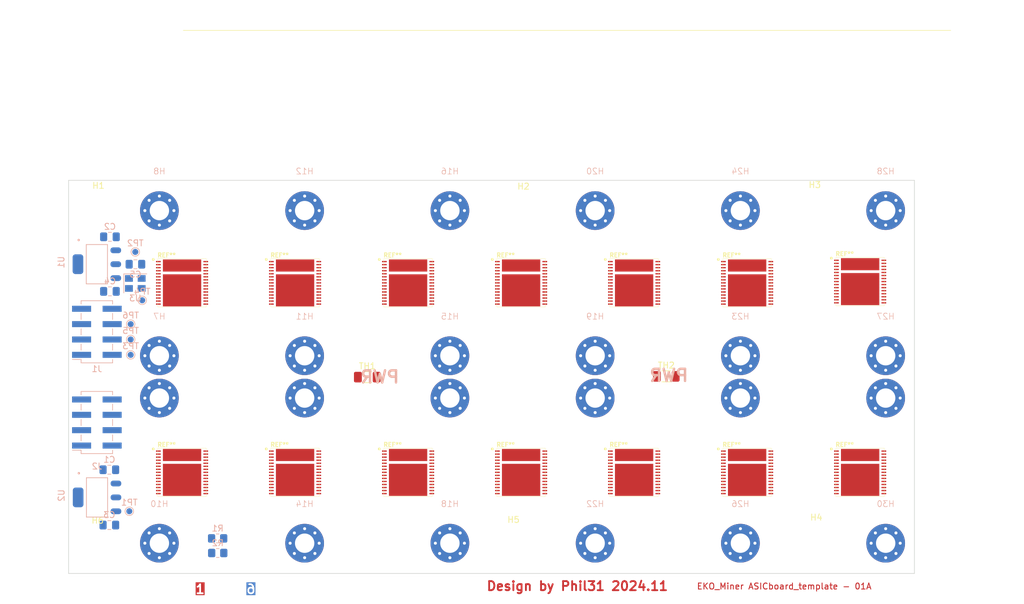
<source format=kicad_pcb>
(kicad_pcb (version 20240108) (generator "pcbnew") (generator_version "8.0")
  (layers (0 "F.Cu" signal) (1 "In1.Cu" signal) (2 "In2.Cu" signal) (3 "In3.Cu" signal) (4 "In4.Cu" signal) (31 "B.Cu" signal) (34 "B.Paste" user) (35 "F.Paste" user) (36 "B.SilkS" user "B.Silkscreen") (37 "F.SilkS" user "F.Silkscreen") (38 "B.Mask" user) (39 "F.Mask" user) (44 "Edge.Cuts" user))
  (net 0 "")
  (net 1 "+5V_STDBY")
  (net 2 "GND")
  (net 3 "+0.8V")
  (net 4 "+1.2V")
  (net 5 "VPWR_ASIC")
  (net 6 "/VSP")
  (net 7 "/VSN")
  (net 8 "/CTN1_RTN")
  (net 9 "/CTN1")
  (net 10 "/CTN2")
  (net 11 "/CTN2_RTN")
  (net 12 "/RSTIn")
  (net 13 "/CLKI")
  (net 14 "/CI")
  (net 15 "/RO")
  (net 16 "/DB_SDA")
  (net 17 "/DB_SCL")
  (footprint "EKO_Miner_ASIClib:BM1370" (layer "F.Cu") (at 121.091 71.950243)
    (property "Reference" "REF**" (at -2.54 -4.572 0) (layer "F.SilkS") (effects (font (size 0.7 0.7))))
    (property "Value" "BM1370")
    (pad "1" smd roundrect (at -3.916 -3.514) (size 0.792 0.221) (layers "F.Cu" "F.Paste" "F.Mask"))
    (pad "2" smd roundrect (at -3.916 -3.012) (size 0.792 0.221) (layers "F.Cu" "F.Paste" "F.Mask"))
    (pad "3" smd roundrect (at -3.916 -2.51) (size 0.792 0.221) (layers "F.Cu" "F.Paste" "F.Mask"))
    (pad "4" smd roundrect (at -3.916 -2.008) (size 0.792 0.221) (layers "F.Cu" "F.Paste" "F.Mask"))
    (pad "5" smd roundrect (at -3.916 -1.506) (size 0.792 0.221) (layers "F.Cu" "F.Paste" "F.Mask"))
    (pad "6" smd roundrect (at -3.916 -1.004) (size 0.792 0.221) (layers "F.Cu" "F.Paste" "F.Mask"))
    (pad "7" smd roundrect (at -3.916 -0.502) (size 0.792 0.221) (layers "F.Cu" "F.Paste" "F.Mask"))
    (pad "8" smd roundrect (at -3.916 0) (size 0.792 0.221) (layers "F.Cu" "F.Paste" "F.Mask"))
    (pad "9" smd roundrect (at -3.916 0.502) (size 0.792 0.221) (layers "F.Cu" "F.Paste" "F.Mask"))
    (pad "10" smd roundrect (at -3.916 1.004) (size 0.792 0.221) (layers "F.Cu" "F.Paste" "F.Mask"))
    (pad "11" smd roundrect (at -3.916 1.506) (size 0.792 0.221) (layers "F.Cu" "F.Paste" "F.Mask"))
    (pad "12" smd roundrect (at -3.916 2.008) (size 0.792 0.221) (layers "F.Cu" "F.Paste" "F.Mask"))
    (pad "13" smd roundrect (at -3.916 2.51) (size 0.792 0.221) (layers "F.Cu" "F.Paste" "F.Mask"))
    (pad "14" smd roundrect (at -3.916 3.012) (size 0.792 0.221) (layers "F.Cu" "F.Paste" "F.Mask"))
    (pad "15" smd roundrect (at -3.916 3.514) (size 0.792 0.221) (layers "F.Cu" "F.Paste" "F.Mask"))
    (pad "16" smd roundrect (at 3.916 3.514) (size 0.792 0.221) (layers "F.Cu" "F.Paste" "F.Mask"))
    (pad "17" smd roundrect (at 3.916 3.012) (size 0.792 0.221) (layers "F.Cu" "F.Paste" "F.Mask"))
    (pad "18" smd roundrect (at 3.916 2.51) (size 0.792 0.221) (layers "F.Cu" "F.Paste" "F.Mask"))
    (pad "19" smd roundrect (at 3.916 2.008) (size 0.792 0.221) (layers "F.Cu" "F.Paste" "F.Mask"))
    (pad "20" smd roundrect (at 3.916 1.506) (size 0.792 0.221) (layers "F.Cu" "F.Paste" "F.Mask"))
    (pad "21" smd roundrect (at 3.916 1.004) (size 0.792 0.221) (layers "F.Cu" "F.Paste" "F.Mask"))
    (pad "22" smd roundrect (at 3.916 0.502) (size 0.792 0.221) (layers "F.Cu" "F.Paste" "F.Mask"))
    (pad "23" smd roundrect (at 3.916 0) (size 0.792 0.221) (layers "F.Cu" "F.Paste" "F.Mask"))
    (pad "24" smd roundrect (at 3.916 -0.502) (size 0.792 0.221) (layers "F.Cu" "F.Paste" "F.Mask"))
    (pad "25" smd roundrect (at 3.916 -1.004) (size 0.792 0.221) (layers "F.Cu" "F.Paste" "F.Mask"))
    (pad "26" smd roundrect (at 3.916 -1.506) (size 0.792 0.221) (layers "F.Cu" "F.Paste" "F.Mask"))
    (pad "27" smd roundrect (at 3.916 -2.008) (size 0.792 0.221) (layers "F.Cu" "F.Paste" "F.Mask"))
    (pad "28" smd roundrect (at 3.916 -2.51) (size 0.792 0.221) (layers "F.Cu" "F.Paste" "F.Mask"))
    (pad "29" smd roundrect (at 3.916 -3.012) (size 0.792 0.221) (layers "F.Cu" "F.Paste" "F.Mask"))
    (pad "30" smd roundrect (at 3.916 -3.514) (size 0.792 0.221) (layers "F.Cu" "F.Paste" "F.Mask"))
    (pad "31" smd rect (at 0 -2.87) (size 6.33 2) (layers "F.Cu"))
    (pad "32" smd rect (at 0 1.24) (size 6.33 5.3) (layers "F.Cu"))
  )
  (footprint "MountingHole:MountingHole_3.2mm_M3_ISO7380" (layer "F.Cu") (at 69.797 115.094)
    (property "Reference" "H6" (at 0 -3.85 0) (layer "F.SilkS"))
    (property "Value" "MountingHole")
    (pad "" np_thru_hole circle (at 0 0) (size 3.2 3.2) (drill 3.2) (layers "*.Cu" "*.Mask"))
  )
  (footprint "Resistor_SMD:R_1206_3216Metric_Pad1.30x1.75mm_HandSolder" (layer "F.Cu") (at 114.348 87.535)
    (property "Reference" "TH1" (at 0 -1.82 0) (layer "F.SilkS"))
    (property "Value" "TBD")
    (pad "1" smd roundrect (at -1.55 0) (size 1.3 1.75) (layers "F.Cu" "F.Paste" "F.Mask") (roundrect_rratio 0.192308) (net 9 "/CTN1"))
    (pad "2" smd roundrect (at 1.55 0) (size 1.3 1.75) (layers "F.Cu" "F.Paste" "F.Mask") (roundrect_rratio 0.192308) (net 8 "/CTN1_RTN"))
  )
  (footprint "EKO_Miner_ASIClib:BM1370" (layer "F.Cu") (at 121.091 103.283)
    (property "Reference" "REF**" (at -2.54 -4.572 0) (layer "F.SilkS") (effects (font (size 0.7 0.7))))
    (property "Value" "BM1370")
    (pad "1" smd roundrect (at -3.916 -3.514) (size 0.792 0.221) (layers "F.Cu" "F.Paste" "F.Mask"))
    (pad "2" smd roundrect (at -3.916 -3.012) (size 0.792 0.221) (layers "F.Cu" "F.Paste" "F.Mask"))
    (pad "3" smd roundrect (at -3.916 -2.51) (size 0.792 0.221) (layers "F.Cu" "F.Paste" "F.Mask"))
    (pad "4" smd roundrect (at -3.916 -2.008) (size 0.792 0.221) (layers "F.Cu" "F.Paste" "F.Mask"))
    (pad "5" smd roundrect (at -3.916 -1.506) (size 0.792 0.221) (layers "F.Cu" "F.Paste" "F.Mask"))
    (pad "6" smd roundrect (at -3.916 -1.004) (size 0.792 0.221) (layers "F.Cu" "F.Paste" "F.Mask"))
    (pad "7" smd roundrect (at -3.916 -0.502) (size 0.792 0.221) (layers "F.Cu" "F.Paste" "F.Mask"))
    (pad "8" smd roundrect (at -3.916 0) (size 0.792 0.221) (layers "F.Cu" "F.Paste" "F.Mask"))
    (pad "9" smd roundrect (at -3.916 0.502) (size 0.792 0.221) (layers "F.Cu" "F.Paste" "F.Mask"))
    (pad "10" smd roundrect (at -3.916 1.004) (size 0.792 0.221) (layers "F.Cu" "F.Paste" "F.Mask"))
    (pad "11" smd roundrect (at -3.916 1.506) (size 0.792 0.221) (layers "F.Cu" "F.Paste" "F.Mask"))
    (pad "12" smd roundrect (at -3.916 2.008) (size 0.792 0.221) (layers "F.Cu" "F.Paste" "F.Mask"))
    (pad "13" smd roundrect (at -3.916 2.51) (size 0.792 0.221) (layers "F.Cu" "F.Paste" "F.Mask"))
    (pad "14" smd roundrect (at -3.916 3.012) (size 0.792 0.221) (layers "F.Cu" "F.Paste" "F.Mask"))
    (pad "15" smd roundrect (at -3.916 3.514) (size 0.792 0.221) (layers "F.Cu" "F.Paste" "F.Mask"))
    (pad "16" smd roundrect (at 3.916 3.514) (size 0.792 0.221) (layers "F.Cu" "F.Paste" "F.Mask"))
    (pad "17" smd roundrect (at 3.916 3.012) (size 0.792 0.221) (layers "F.Cu" "F.Paste" "F.Mask"))
    (pad "18" smd roundrect (at 3.916 2.51) (size 0.792 0.221) (layers "F.Cu" "F.Paste" "F.Mask"))
    (pad "19" smd roundrect (at 3.916 2.008) (size 0.792 0.221) (layers "F.Cu" "F.Paste" "F.Mask"))
    (pad "20" smd roundrect (at 3.916 1.506) (size 0.792 0.221) (layers "F.Cu" "F.Paste" "F.Mask"))
    (pad "21" smd roundrect (at 3.916 1.004) (size 0.792 0.221) (layers "F.Cu" "F.Paste" "F.Mask"))
    (pad "22" smd roundrect (at 3.916 0.502) (size 0.792 0.221) (layers "F.Cu" "F.Paste" "F.Mask"))
    (pad "23" smd roundrect (at 3.916 0) (size 0.792 0.221) (layers "F.Cu" "F.Paste" "F.Mask"))
    (pad "24" smd roundrect (at 3.916 -0.502) (size 0.792 0.221) (layers "F.Cu" "F.Paste" "F.Mask"))
    (pad "25" smd roundrect (at 3.916 -1.004) (size 0.792 0.221) (layers "F.Cu" "F.Paste" "F.Mask"))
    (pad "26" smd roundrect (at 3.916 -1.506) (size 0.792 0.221) (layers "F.Cu" "F.Paste" "F.Mask"))
    (pad "27" smd roundrect (at 3.916 -2.008) (size 0.792 0.221) (layers "F.Cu" "F.Paste" "F.Mask"))
    (pad "28" smd roundrect (at 3.916 -2.51) (size 0.792 0.221) (layers "F.Cu" "F.Paste" "F.Mask"))
    (pad "29" smd roundrect (at 3.916 -3.012) (size 0.792 0.221) (layers "F.Cu" "F.Paste" "F.Mask"))
    (pad "30" smd roundrect (at 3.916 -3.514) (size 0.792 0.221) (layers "F.Cu" "F.Paste" "F.Mask"))
    (pad "31" smd rect (at 0 -2.87) (size 6.33 2) (layers "F.Cu"))
    (pad "32" smd rect (at 0 1.24) (size 6.33 5.3) (layers "F.Cu"))
  )
  (footprint "EKO_Miner_ASIClib:BM1370" (layer "F.Cu") (at 83.746 71.950243)
    (property "Reference" "REF**" (at -2.54 -4.572 0) (layer "F.SilkS") (effects (font (size 0.7 0.7))))
    (property "Value" "BM1370")
    (pad "1" smd roundrect (at -3.916 -3.514) (size 0.792 0.221) (layers "F.Cu" "F.Paste" "F.Mask"))
    (pad "2" smd roundrect (at -3.916 -3.012) (size 0.792 0.221) (layers "F.Cu" "F.Paste" "F.Mask"))
    (pad "3" smd roundrect (at -3.916 -2.51) (size 0.792 0.221) (layers "F.Cu" "F.Paste" "F.Mask"))
    (pad "4" smd roundrect (at -3.916 -2.008) (size 0.792 0.221) (layers "F.Cu" "F.Paste" "F.Mask"))
    (pad "5" smd roundrect (at -3.916 -1.506) (size 0.792 0.221) (layers "F.Cu" "F.Paste" "F.Mask"))
    (pad "6" smd roundrect (at -3.916 -1.004) (size 0.792 0.221) (layers "F.Cu" "F.Paste" "F.Mask"))
    (pad "7" smd roundrect (at -3.916 -0.502) (size 0.792 0.221) (layers "F.Cu" "F.Paste" "F.Mask"))
    (pad "8" smd roundrect (at -3.916 0) (size 0.792 0.221) (layers "F.Cu" "F.Paste" "F.Mask"))
    (pad "9" smd roundrect (at -3.916 0.502) (size 0.792 0.221) (layers "F.Cu" "F.Paste" "F.Mask"))
    (pad "10" smd roundrect (at -3.916 1.004) (size 0.792 0.221) (layers "F.Cu" "F.Paste" "F.Mask"))
    (pad "11" smd roundrect (at -3.916 1.506) (size 0.792 0.221) (layers "F.Cu" "F.Paste" "F.Mask"))
    (pad "12" smd roundrect (at -3.916 2.008) (size 0.792 0.221) (layers "F.Cu" "F.Paste" "F.Mask"))
    (pad "13" smd roundrect (at -3.916 2.51) (size 0.792 0.221) (layers "F.Cu" "F.Paste" "F.Mask"))
    (pad "14" smd roundrect (at -3.916 3.012) (size 0.792 0.221) (layers "F.Cu" "F.Paste" "F.Mask"))
    (pad "15" smd roundrect (at -3.916 3.514) (size 0.792 0.221) (layers "F.Cu" "F.Paste" "F.Mask"))
    (pad "16" smd roundrect (at 3.916 3.514) (size 0.792 0.221) (layers "F.Cu" "F.Paste" "F.Mask"))
    (pad "17" smd roundrect (at 3.916 3.012) (size 0.792 0.221) (layers "F.Cu" "F.Paste" "F.Mask"))
    (pad "18" smd roundrect (at 3.916 2.51) (size 0.792 0.221) (layers "F.Cu" "F.Paste" "F.Mask"))
    (pad "19" smd roundrect (at 3.916 2.008) (size 0.792 0.221) (layers "F.Cu" "F.Paste" "F.Mask"))
    (pad "20" smd roundrect (at 3.916 1.506) (size 0.792 0.221) (layers "F.Cu" "F.Paste" "F.Mask"))
    (pad "21" smd roundrect (at 3.916 1.004) (size 0.792 0.221) (layers "F.Cu" "F.Paste" "F.Mask"))
    (pad "22" smd roundrect (at 3.916 0.502) (size 0.792 0.221) (layers "F.Cu" "F.Paste" "F.Mask"))
    (pad "23" smd roundrect (at 3.916 0) (size 0.792 0.221) (layers "F.Cu" "F.Paste" "F.Mask"))
    (pad "24" smd roundrect (at 3.916 -0.502) (size 0.792 0.221) (layers "F.Cu" "F.Paste" "F.Mask"))
    (pad "25" smd roundrect (at 3.916 -1.004) (size 0.792 0.221) (layers "F.Cu" "F.Paste" "F.Mask"))
    (pad "26" smd roundrect (at 3.916 -1.506) (size 0.792 0.221) (layers "F.Cu" "F.Paste" "F.Mask"))
    (pad "27" smd roundrect (at 3.916 -2.008) (size 0.792 0.221) (layers "F.Cu" "F.Paste" "F.Mask"))
    (pad "28" smd roundrect (at 3.916 -2.51) (size 0.792 0.221) (layers "F.Cu" "F.Paste" "F.Mask"))
    (pad "29" smd roundrect (at 3.916 -3.012) (size 0.792 0.221) (layers "F.Cu" "F.Paste" "F.Mask"))
    (pad "30" smd roundrect (at 3.916 -3.514) (size 0.792 0.221) (layers "F.Cu" "F.Paste" "F.Mask"))
    (pad "31" smd rect (at 0 -2.87) (size 6.33 2) (layers "F.Cu"))
    (pad "32" smd rect (at 0 1.24) (size 6.33 5.3) (layers "F.Cu"))
  )
  (footprint "MountingHole:MountingHole_3.2mm_M3_ISO7380" (layer "F.Cu") (at 188.288 59.595)
    (property "Reference" "H3" (at 0 -3.85 0) (layer "F.SilkS"))
    (property "Value" "MountingHole")
    (pad "" np_thru_hole circle (at 0 0) (size 3.2 3.2) (drill 3.2) (layers "*.Cu" "*.Mask"))
  )
  (footprint "EKO_Miner_ASIClib:BM1370" (layer "F.Cu") (at 158.436 103.283)
    (property "Reference" "REF**" (at -2.54 -4.572 0) (layer "F.SilkS") (effects (font (size 0.7 0.7))))
    (property "Value" "BM1370")
    (pad "1" smd roundrect (at -3.916 -3.514) (size 0.792 0.221) (layers "F.Cu" "F.Paste" "F.Mask"))
    (pad "2" smd roundrect (at -3.916 -3.012) (size 0.792 0.221) (layers "F.Cu" "F.Paste" "F.Mask"))
    (pad "3" smd roundrect (at -3.916 -2.51) (size 0.792 0.221) (layers "F.Cu" "F.Paste" "F.Mask"))
    (pad "4" smd roundrect (at -3.916 -2.008) (size 0.792 0.221) (layers "F.Cu" "F.Paste" "F.Mask"))
    (pad "5" smd roundrect (at -3.916 -1.506) (size 0.792 0.221) (layers "F.Cu" "F.Paste" "F.Mask"))
    (pad "6" smd roundrect (at -3.916 -1.004) (size 0.792 0.221) (layers "F.Cu" "F.Paste" "F.Mask"))
    (pad "7" smd roundrect (at -3.916 -0.502) (size 0.792 0.221) (layers "F.Cu" "F.Paste" "F.Mask"))
    (pad "8" smd roundrect (at -3.916 0) (size 0.792 0.221) (layers "F.Cu" "F.Paste" "F.Mask"))
    (pad "9" smd roundrect (at -3.916 0.502) (size 0.792 0.221) (layers "F.Cu" "F.Paste" "F.Mask"))
    (pad "10" smd roundrect (at -3.916 1.004) (size 0.792 0.221) (layers "F.Cu" "F.Paste" "F.Mask"))
    (pad "11" smd roundrect (at -3.916 1.506) (size 0.792 0.221) (layers "F.Cu" "F.Paste" "F.Mask"))
    (pad "12" smd roundrect (at -3.916 2.008) (size 0.792 0.221) (layers "F.Cu" "F.Paste" "F.Mask"))
    (pad "13" smd roundrect (at -3.916 2.51) (size 0.792 0.221) (layers "F.Cu" "F.Paste" "F.Mask"))
    (pad "14" smd roundrect (at -3.916 3.012) (size 0.792 0.221) (layers "F.Cu" "F.Paste" "F.Mask"))
    (pad "15" smd roundrect (at -3.916 3.514) (size 0.792 0.221) (layers "F.Cu" "F.Paste" "F.Mask"))
    (pad "16" smd roundrect (at 3.916 3.514) (size 0.792 0.221) (layers "F.Cu" "F.Paste" "F.Mask"))
    (pad "17" smd roundrect (at 3.916 3.012) (size 0.792 0.221) (layers "F.Cu" "F.Paste" "F.Mask"))
    (pad "18" smd roundrect (at 3.916 2.51) (size 0.792 0.221) (layers "F.Cu" "F.Paste" "F.Mask"))
    (pad "19" smd roundrect (at 3.916 2.008) (size 0.792 0.221) (layers "F.Cu" "F.Paste" "F.Mask"))
    (pad "20" smd roundrect (at 3.916 1.506) (size 0.792 0.221) (layers "F.Cu" "F.Paste" "F.Mask"))
    (pad "21" smd roundrect (at 3.916 1.004) (size 0.792 0.221) (layers "F.Cu" "F.Paste" "F.Mask"))
    (pad "22" smd roundrect (at 3.916 0.502) (size 0.792 0.221) (layers "F.Cu" "F.Paste" "F.Mask"))
    (pad "23" smd roundrect (at 3.916 0) (size 0.792 0.221) (layers "F.Cu" "F.Paste" "F.Mask"))
    (pad "24" smd roundrect (at 3.916 -0.502) (size 0.792 0.221) (layers "F.Cu" "F.Paste" "F.Mask"))
    (pad "25" smd roundrect (at 3.916 -1.004) (size 0.792 0.221) (layers "F.Cu" "F.Paste" "F.Mask"))
    (pad "26" smd roundrect (at 3.916 -1.506) (size 0.792 0.221) (layers "F.Cu" "F.Paste" "F.Mask"))
    (pad "27" smd roundrect (at 3.916 -2.008) (size 0.792 0.221) (layers "F.Cu" "F.Paste" "F.Mask"))
    (pad "28" smd roundrect (at 3.916 -2.51) (size 0.792 0.221) (layers "F.Cu" "F.Paste" "F.Mask"))
    (pad "29" smd roundrect (at 3.916 -3.012) (size 0.792 0.221) (layers "F.Cu" "F.Paste" "F.Mask"))
    (pad "30" smd roundrect (at 3.916 -3.514) (size 0.792 0.221) (layers "F.Cu" "F.Paste" "F.Mask"))
    (pad "31" smd rect (at 0 -2.87) (size 6.33 2) (layers "F.Cu"))
    (pad "32" smd rect (at 0 1.24) (size 6.33 5.3) (layers "F.Cu"))
  )
  (footprint "EKO_Miner_ASIClib:BM1370" (layer "F.Cu") (at 158.436 71.950243)
    (property "Reference" "REF**" (at -2.54 -4.572 0) (layer "F.SilkS") (effects (font (size 0.7 0.7))))
    (property "Value" "BM1370")
    (pad "1" smd roundrect (at -3.916 -3.514) (size 0.792 0.221) (layers "F.Cu" "F.Paste" "F.Mask"))
    (pad "2" smd roundrect (at -3.916 -3.012) (size 0.792 0.221) (layers "F.Cu" "F.Paste" "F.Mask"))
    (pad "3" smd roundrect (at -3.916 -2.51) (size 0.792 0.221) (layers "F.Cu" "F.Paste" "F.Mask"))
    (pad "4" smd roundrect (at -3.916 -2.008) (size 0.792 0.221) (layers "F.Cu" "F.Paste" "F.Mask"))
    (pad "5" smd roundrect (at -3.916 -1.506) (size 0.792 0.221) (layers "F.Cu" "F.Paste" "F.Mask"))
    (pad "6" smd roundrect (at -3.916 -1.004) (size 0.792 0.221) (layers "F.Cu" "F.Paste" "F.Mask"))
    (pad "7" smd roundrect (at -3.916 -0.502) (size 0.792 0.221) (layers "F.Cu" "F.Paste" "F.Mask"))
    (pad "8" smd roundrect (at -3.916 0) (size 0.792 0.221) (layers "F.Cu" "F.Paste" "F.Mask"))
    (pad "9" smd roundrect (at -3.916 0.502) (size 0.792 0.221) (layers "F.Cu" "F.Paste" "F.Mask"))
    (pad "10" smd roundrect (at -3.916 1.004) (size 0.792 0.221) (layers "F.Cu" "F.Paste" "F.Mask"))
    (pad "11" smd roundrect (at -3.916 1.506) (size 0.792 0.221) (layers "F.Cu" "F.Paste" "F.Mask"))
    (pad "12" smd roundrect (at -3.916 2.008) (size 0.792 0.221) (layers "F.Cu" "F.Paste" "F.Mask"))
    (pad "13" smd roundrect (at -3.916 2.51) (size 0.792 0.221) (layers "F.Cu" "F.Paste" "F.Mask"))
    (pad "14" smd roundrect (at -3.916 3.012) (size 0.792 0.221) (layers "F.Cu" "F.Paste" "F.Mask"))
    (pad "15" smd roundrect (at -3.916 3.514) (size 0.792 0.221) (layers "F.Cu" "F.Paste" "F.Mask"))
    (pad "16" smd roundrect (at 3.916 3.514) (size 0.792 0.221) (layers "F.Cu" "F.Paste" "F.Mask"))
    (pad "17" smd roundrect (at 3.916 3.012) (size 0.792 0.221) (layers "F.Cu" "F.Paste" "F.Mask"))
    (pad "18" smd roundrect (at 3.916 2.51) (size 0.792 0.221) (layers "F.Cu" "F.Paste" "F.Mask"))
    (pad "19" smd roundrect (at 3.916 2.008) (size 0.792 0.221) (layers "F.Cu" "F.Paste" "F.Mask"))
    (pad "20" smd roundrect (at 3.916 1.506) (size 0.792 0.221) (layers "F.Cu" "F.Paste" "F.Mask"))
    (pad "21" smd roundrect (at 3.916 1.004) (size 0.792 0.221) (layers "F.Cu" "F.Paste" "F.Mask"))
    (pad "22" smd roundrect (at 3.916 0.502) (size 0.792 0.221) (layers "F.Cu" "F.Paste" "F.Mask"))
    (pad "23" smd roundrect (at 3.916 0) (size 0.792 0.221) (layers "F.Cu" "F.Paste" "F.Mask"))
    (pad "24" smd roundrect (at 3.916 -0.502) (size 0.792 0.221) (layers "F.Cu" "F.Paste" "F.Mask"))
    (pad "25" smd roundrect (at 3.916 -1.004) (size 0.792 0.221) (layers "F.Cu" "F.Paste" "F.Mask"))
    (pad "26" smd roundrect (at 3.916 -1.506) (size 0.792 0.221) (layers "F.Cu" "F.Paste" "F.Mask"))
    (pad "27" smd roundrect (at 3.916 -2.008) (size 0.792 0.221) (layers "F.Cu" "F.Paste" "F.Mask"))
    (pad "28" smd roundrect (at 3.916 -2.51) (size 0.792 0.221) (layers "F.Cu" "F.Paste" "F.Mask"))
    (pad "29" smd roundrect (at 3.916 -3.012) (size 0.792 0.221) (layers "F.Cu" "F.Paste" "F.Mask"))
    (pad "30" smd roundrect (at 3.916 -3.514) (size 0.792 0.221) (layers "F.Cu" "F.Paste" "F.Mask"))
    (pad "31" smd rect (at 0 -2.87) (size 6.33 2) (layers "F.Cu"))
    (pad "32" smd rect (at 0 1.24) (size 6.33 5.3) (layers "F.Cu"))
  )
  (footprint "EKO_Miner_ASIClib:BM1370" (layer "F.Cu") (at 102.4185 71.950243)
    (property "Reference" "REF**" (at -2.54 -4.572 0) (layer "F.SilkS") (effects (font (size 0.7 0.7))))
    (property "Value" "BM1370")
    (pad "1" smd roundrect (at -3.916 -3.514) (size 0.792 0.221) (layers "F.Cu" "F.Paste" "F.Mask"))
    (pad "2" smd roundrect (at -3.916 -3.012) (size 0.792 0.221) (layers "F.Cu" "F.Paste" "F.Mask"))
    (pad "3" smd roundrect (at -3.916 -2.51) (size 0.792 0.221) (layers "F.Cu" "F.Paste" "F.Mask"))
    (pad "4" smd roundrect (at -3.916 -2.008) (size 0.792 0.221) (layers "F.Cu" "F.Paste" "F.Mask"))
    (pad "5" smd roundrect (at -3.916 -1.506) (size 0.792 0.221) (layers "F.Cu" "F.Paste" "F.Mask"))
    (pad "6" smd roundrect (at -3.916 -1.004) (size 0.792 0.221) (layers "F.Cu" "F.Paste" "F.Mask"))
    (pad "7" smd roundrect (at -3.916 -0.502) (size 0.792 0.221) (layers "F.Cu" "F.Paste" "F.Mask"))
    (pad "8" smd roundrect (at -3.916 0) (size 0.792 0.221) (layers "F.Cu" "F.Paste" "F.Mask"))
    (pad "9" smd roundrect (at -3.916 0.502) (size 0.792 0.221) (layers "F.Cu" "F.Paste" "F.Mask"))
    (pad "10" smd roundrect (at -3.916 1.004) (size 0.792 0.221) (layers "F.Cu" "F.Paste" "F.Mask"))
    (pad "11" smd roundrect (at -3.916 1.506) (size 0.792 0.221) (layers "F.Cu" "F.Paste" "F.Mask"))
    (pad "12" smd roundrect (at -3.916 2.008) (size 0.792 0.221) (layers "F.Cu" "F.Paste" "F.Mask"))
    (pad "13" smd roundrect (at -3.916 2.51) (size 0.792 0.221) (layers "F.Cu" "F.Paste" "F.Mask"))
    (pad "14" smd roundrect (at -3.916 3.012) (size 0.792 0.221) (layers "F.Cu" "F.Paste" "F.Mask"))
    (pad "15" smd roundrect (at -3.916 3.514) (size 0.792 0.221) (layers "F.Cu" "F.Paste" "F.Mask"))
    (pad "16" smd roundrect (at 3.916 3.514) (size 0.792 0.221) (layers "F.Cu" "F.Paste" "F.Mask"))
    (pad "17" smd roundrect (at 3.916 3.012) (size 0.792 0.221) (layers "F.Cu" "F.Paste" "F.Mask"))
    (pad "18" smd roundrect (at 3.916 2.51) (size 0.792 0.221) (layers "F.Cu" "F.Paste" "F.Mask"))
    (pad "19" smd roundrect (at 3.916 2.008) (size 0.792 0.221) (layers "F.Cu" "F.Paste" "F.Mask"))
    (pad "20" smd roundrect (at 3.916 1.506) (size 0.792 0.221) (layers "F.Cu" "F.Paste" "F.Mask"))
    (pad "21" smd roundrect (at 3.916 1.004) (size 0.792 0.221) (layers "F.Cu" "F.Paste" "F.Mask"))
    (pad "22" smd roundrect (at 3.916 0.502) (size 0.792 0.221) (layers "F.Cu" "F.Paste" "F.Mask"))
    (pad "23" smd roundrect (at 3.916 0) (size 0.792 0.221) (layers "F.Cu" "F.Paste" "F.Mask"))
    (pad "24" smd roundrect (at 3.916 -0.502) (size 0.792 0.221) (layers "F.Cu" "F.Paste" "F.Mask"))
    (pad "25" smd roundrect (at 3.916 -1.004) (size 0.792 0.221) (layers "F.Cu" "F.Paste" "F.Mask"))
    (pad "26" smd roundrect (at 3.916 -1.506) (size 0.792 0.221) (layers "F.Cu" "F.Paste" "F.Mask"))
    (pad "27" smd roundrect (at 3.916 -2.008) (size 0.792 0.221) (layers "F.Cu" "F.Paste" "F.Mask"))
    (pad "28" smd roundrect (at 3.916 -2.51) (size 0.792 0.221) (layers "F.Cu" "F.Paste" "F.Mask"))
    (pad "29" smd roundrect (at 3.916 -3.012) (size 0.792 0.221) (layers "F.Cu" "F.Paste" "F.Mask"))
    (pad "30" smd roundrect (at 3.916 -3.514) (size 0.792 0.221) (layers "F.Cu" "F.Paste" "F.Mask"))
    (pad "31" smd rect (at 0 -2.87) (size 6.33 2) (layers "F.Cu"))
    (pad "32" smd rect (at 0 1.24) (size 6.33 5.3) (layers "F.Cu"))
  )
  (footprint "MountingHole:MountingHole_3.2mm_M3_ISO7380" (layer "F.Cu") (at 140.155 59.849)
    (property "Reference" "H2" (at 0 -3.85 0) (layer "F.SilkS"))
    (property "Value" "MountingHole")
    (pad "" np_thru_hole circle (at 0 0) (size 3.2 3.2) (drill 3.2) (layers "*.Cu" "*.Mask"))
  )
  (footprint "EKO_Miner_ASIClib:BM1370" (layer "F.Cu") (at 177.1085 71.950243)
    (property "Reference" "REF**" (at -2.54 -4.572 0) (layer "F.SilkS") (effects (font (size 0.7 0.7))))
    (property "Value" "BM1370")
    (pad "1" smd roundrect (at -3.916 -3.514) (size 0.792 0.221) (layers "F.Cu" "F.Paste" "F.Mask"))
    (pad "2" smd roundrect (at -3.916 -3.012) (size 0.792 0.221) (layers "F.Cu" "F.Paste" "F.Mask"))
    (pad "3" smd roundrect (at -3.916 -2.51) (size 0.792 0.221) (layers "F.Cu" "F.Paste" "F.Mask"))
    (pad "4" smd roundrect (at -3.916 -2.008) (size 0.792 0.221) (layers "F.Cu" "F.Paste" "F.Mask"))
    (pad "5" smd roundrect (at -3.916 -1.506) (size 0.792 0.221) (layers "F.Cu" "F.Paste" "F.Mask"))
    (pad "6" smd roundrect (at -3.916 -1.004) (size 0.792 0.221) (layers "F.Cu" "F.Paste" "F.Mask"))
    (pad "7" smd roundrect (at -3.916 -0.502) (size 0.792 0.221) (layers "F.Cu" "F.Paste" "F.Mask"))
    (pad "8" smd roundrect (at -3.916 0) (size 0.792 0.221) (layers "F.Cu" "F.Paste" "F.Mask"))
    (pad "9" smd roundrect (at -3.916 0.502) (size 0.792 0.221) (layers "F.Cu" "F.Paste" "F.Mask"))
    (pad "10" smd roundrect (at -3.916 1.004) (size 0.792 0.221) (layers "F.Cu" "F.Paste" "F.Mask"))
    (pad "11" smd roundrect (at -3.916 1.506) (size 0.792 0.221) (layers "F.Cu" "F.Paste" "F.Mask"))
    (pad "12" smd roundrect (at -3.916 2.008) (size 0.792 0.221) (layers "F.Cu" "F.Paste" "F.Mask"))
    (pad "13" smd roundrect (at -3.916 2.51) (size 0.792 0.221) (layers "F.Cu" "F.Paste" "F.Mask"))
    (pad "14" smd roundrect (at -3.916 3.012) (size 0.792 0.221) (layers "F.Cu" "F.Paste" "F.Mask"))
    (pad "15" smd roundrect (at -3.916 3.514) (size 0.792 0.221) (layers "F.Cu" "F.Paste" "F.Mask"))
    (pad "16" smd roundrect (at 3.916 3.514) (size 0.792 0.221) (layers "F.Cu" "F.Paste" "F.Mask"))
    (pad "17" smd roundrect (at 3.916 3.012) (size 0.792 0.221) (layers "F.Cu" "F.Paste" "F.Mask"))
    (pad "18" smd roundrect (at 3.916 2.51) (size 0.792 0.221) (layers "F.Cu" "F.Paste" "F.Mask"))
    (pad "19" smd roundrect (at 3.916 2.008) (size 0.792 0.221) (layers "F.Cu" "F.Paste" "F.Mask"))
    (pad "20" smd roundrect (at 3.916 1.506) (size 0.792 0.221) (layers "F.Cu" "F.Paste" "F.Mask"))
    (pad "21" smd roundrect (at 3.916 1.004) (size 0.792 0.221) (layers "F.Cu" "F.Paste" "F.Mask"))
    (pad "22" smd roundrect (at 3.916 0.502) (size 0.792 0.221) (layers "F.Cu" "F.Paste" "F.Mask"))
    (pad "23" smd roundrect (at 3.916 0) (size 0.792 0.221) (layers "F.Cu" "F.Paste" "F.Mask"))
    (pad "24" smd roundrect (at 3.916 -0.502) (size 0.792 0.221) (layers "F.Cu" "F.Paste" "F.Mask"))
    (pad "25" smd roundrect (at 3.916 -1.004) (size 0.792 0.221) (layers "F.Cu" "F.Paste" "F.Mask"))
    (pad "26" smd roundrect (at 3.916 -1.506) (size 0.792 0.221) (layers "F.Cu" "F.Paste" "F.Mask"))
    (pad "27" smd roundrect (at 3.916 -2.008) (size 0.792 0.221) (layers "F.Cu" "F.Paste" "F.Mask"))
    (pad "28" smd roundrect (at 3.916 -2.51) (size 0.792 0.221) (layers "F.Cu" "F.Paste" "F.Mask"))
    (pad "29" smd roundrect (at 3.916 -3.012) (size 0.792 0.221) (layers "F.Cu" "F.Paste" "F.Mask"))
    (pad "30" smd roundrect (at 3.916 -3.514) (size 0.792 0.221) (layers "F.Cu" "F.Paste" "F.Mask"))
    (pad "31" smd rect (at 0 -2.87) (size 6.33 2) (layers "F.Cu"))
    (pad "32" smd rect (at 0 1.24) (size 6.33 5.3) (layers "F.Cu"))
  )
  (footprint "EKO_Miner_ASIClib:BM1370" (layer "F.Cu") (at 177.1085 103.283)
    (property "Reference" "REF**" (at -2.54 -4.572 0) (layer "F.SilkS") (effects (font (size 0.7 0.7))))
    (property "Value" "BM1370")
    (pad "1" smd roundrect (at -3.916 -3.514) (size 0.792 0.221) (layers "F.Cu" "F.Paste" "F.Mask"))
    (pad "2" smd roundrect (at -3.916 -3.012) (size 0.792 0.221) (layers "F.Cu" "F.Paste" "F.Mask"))
    (pad "3" smd roundrect (at -3.916 -2.51) (size 0.792 0.221) (layers "F.Cu" "F.Paste" "F.Mask"))
    (pad "4" smd roundrect (at -3.916 -2.008) (size 0.792 0.221) (layers "F.Cu" "F.Paste" "F.Mask"))
    (pad "5" smd roundrect (at -3.916 -1.506) (size 0.792 0.221) (layers "F.Cu" "F.Paste" "F.Mask"))
    (pad "6" smd roundrect (at -3.916 -1.004) (size 0.792 0.221) (layers "F.Cu" "F.Paste" "F.Mask"))
    (pad "7" smd roundrect (at -3.916 -0.502) (size 0.792 0.221) (layers "F.Cu" "F.Paste" "F.Mask"))
    (pad "8" smd roundrect (at -3.916 0) (size 0.792 0.221) (layers "F.Cu" "F.Paste" "F.Mask"))
    (pad "9" smd roundrect (at -3.916 0.502) (size 0.792 0.221) (layers "F.Cu" "F.Paste" "F.Mask"))
    (pad "10" smd roundrect (at -3.916 1.004) (size 0.792 0.221) (layers "F.Cu" "F.Paste" "F.Mask"))
    (pad "11" smd roundrect (at -3.916 1.506) (size 0.792 0.221) (layers "F.Cu" "F.Paste" "F.Mask"))
    (pad "12" smd roundrect (at -3.916 2.008) (size 0.792 0.221) (layers "F.Cu" "F.Paste" "F.Mask"))
    (pad "13" smd roundrect (at -3.916 2.51) (size 0.792 0.221) (layers "F.Cu" "F.Paste" "F.Mask"))
    (pad "14" smd roundrect (at -3.916 3.012) (size 0.792 0.221) (layers "F.Cu" "F.Paste" "F.Mask"))
    (pad "15" smd roundrect (at -3.916 3.514) (size 0.792 0.221) (layers "F.Cu" "F.Paste" "F.Mask"))
    (pad "16" smd roundrect (at 3.916 3.514) (size 0.792 0.221) (layers "F.Cu" "F.Paste" "F.Mask"))
    (pad "17" smd roundrect (at 3.916 3.012) (size 0.792 0.221) (layers "F.Cu" "F.Paste" "F.Mask"))
    (pad "18" smd roundrect (at 3.916 2.51) (size 0.792 0.221) (layers "F.Cu" "F.Paste" "F.Mask"))
    (pad "19" smd roundrect (at 3.916 2.008) (size 0.792 0.221) (layers "F.Cu" "F.Paste" "F.Mask"))
    (pad "20" smd roundrect (at 3.916 1.506) (size 0.792 0.221) (layers "F.Cu" "F.Paste" "F.Mask"))
    (pad "21" smd roundrect (at 3.916 1.004) (size 0.792 0.221) (layers "F.Cu" "F.Paste" "F.Mask"))
    (pad "22" smd roundrect (at 3.916 0.502) (size 0.792 0.221) (layers "F.Cu" "F.Paste" "F.Mask"))
    (pad "23" smd roundrect (at 3.916 0) (size 0.792 0.221) (layers "F.Cu" "F.Paste" "F.Mask"))
    (pad "24" smd roundrect (at 3.916 -0.502) (size 0.792 0.221) (layers "F.Cu" "F.Paste" "F.Mask"))
    (pad "25" smd roundrect (at 3.916 -1.004) (size 0.792 0.221) (layers "F.Cu" "F.Paste" "F.Mask"))
    (pad "26" smd roundrect (at 3.916 -1.506) (size 0.792 0.221) (layers "F.Cu" "F.Paste" "F.Mask"))
    (pad "27" smd roundrect (at 3.916 -2.008) (size 0.792 0.221) (layers "F.Cu" "F.Paste" "F.Mask"))
    (pad "28" smd roundrect (at 3.916 -2.51) (size 0.792 0.221) (layers "F.Cu" "F.Paste" "F.Mask"))
    (pad "29" smd roundrect (at 3.916 -3.012) (size 0.792 0.221) (layers "F.Cu" "F.Paste" "F.Mask"))
    (pad "30" smd roundrect (at 3.916 -3.514) (size 0.792 0.221) (layers "F.Cu" "F.Paste" "F.Mask"))
    (pad "31" smd rect (at 0 -2.87) (size 6.33 2) (layers "F.Cu"))
    (pad "32" smd rect (at 0 1.24) (size 6.33 5.3) (layers "F.Cu"))
  )
  (footprint "EKO_Miner_ASIClib:BM1370" (layer "F.Cu") (at 139.7635 71.950243)
    (property "Reference" "REF**" (at -2.54 -4.572 0) (layer "F.SilkS") (effects (font (size 0.7 0.7))))
    (property "Value" "BM1370")
    (pad "1" smd roundrect (at -3.916 -3.514) (size 0.792 0.221) (layers "F.Cu" "F.Paste" "F.Mask"))
    (pad "2" smd roundrect (at -3.916 -3.012) (size 0.792 0.221) (layers "F.Cu" "F.Paste" "F.Mask"))
    (pad "3" smd roundrect (at -3.916 -2.51) (size 0.792 0.221) (layers "F.Cu" "F.Paste" "F.Mask"))
    (pad "4" smd roundrect (at -3.916 -2.008) (size 0.792 0.221) (layers "F.Cu" "F.Paste" "F.Mask"))
    (pad "5" smd roundrect (at -3.916 -1.506) (size 0.792 0.221) (layers "F.Cu" "F.Paste" "F.Mask"))
    (pad "6" smd roundrect (at -3.916 -1.004) (size 0.792 0.221) (layers "F.Cu" "F.Paste" "F.Mask"))
    (pad "7" smd roundrect (at -3.916 -0.502) (size 0.792 0.221) (layers "F.Cu" "F.Paste" "F.Mask"))
    (pad "8" smd roundrect (at -3.916 0) (size 0.792 0.221) (layers "F.Cu" "F.Paste" "F.Mask"))
    (pad "9" smd roundrect (at -3.916 0.502) (size 0.792 0.221) (layers "F.Cu" "F.Paste" "F.Mask"))
    (pad "10" smd roundrect (at -3.916 1.004) (size 0.792 0.221) (layers "F.Cu" "F.Paste" "F.Mask"))
    (pad "11" smd roundrect (at -3.916 1.506) (size 0.792 0.221) (layers "F.Cu" "F.Paste" "F.Mask"))
    (pad "12" smd roundrect (at -3.916 2.008) (size 0.792 0.221) (layers "F.Cu" "F.Paste" "F.Mask"))
    (pad "13" smd roundrect (at -3.916 2.51) (size 0.792 0.221) (layers "F.Cu" "F.Paste" "F.Mask"))
    (pad "14" smd roundrect (at -3.916 3.012) (size 0.792 0.221) (layers "F.Cu" "F.Paste" "F.Mask"))
    (pad "15" smd roundrect (at -3.916 3.514) (size 0.792 0.221) (layers "F.Cu" "F.Paste" "F.Mask"))
    (pad "16" smd roundrect (at 3.916 3.514) (size 0.792 0.221) (layers "F.Cu" "F.Paste" "F.Mask"))
    (pad "17" smd roundrect (at 3.916 3.012) (size 0.792 0.221) (layers "F.Cu" "F.Paste" "F.Mask"))
    (pad "18" smd roundrect (at 3.916 2.51) (size 0.792 0.221) (layers "F.Cu" "F.Paste" "F.Mask"))
    (pad "19" smd roundrect (at 3.916 2.008) (size 0.792 0.221) (layers "F.Cu" "F.Paste" "F.Mask"))
    (pad "20" smd roundrect (at 3.916 1.506) (size 0.792 0.221) (layers "F.Cu" "F.Paste" "F.Mask"))
    (pad "21" smd roundrect (at 3.916 1.004) (size 0.792 0.221) (layers "F.Cu" "F.Paste" "F.Mask"))
    (pad "22" smd roundrect (at 3.916 0.502) (size 0.792 0.221) (layers "F.Cu" "F.Paste" "F.Mask"))
    (pad "23" smd roundrect (at 3.916 0) (size 0.792 0.221) (layers "F.Cu" "F.Paste" "F.Mask"))
    (pad "24" smd roundrect (at 3.916 -0.502) (size 0.792 0.221) (layers "F.Cu" "F.Paste" "F.Mask"))
    (pad "25" smd roundrect (at 3.916 -1.004) (size 0.792 0.221) (layers "F.Cu" "F.Paste" "F.Mask"))
    (pad "26" smd roundrect (at 3.916 -1.506) (size 0.792 0.221) (layers "F.Cu" "F.Paste" "F.Mask"))
    (pad "27" smd roundrect (at 3.916 -2.008) (size 0.792 0.221) (layers "F.Cu" "F.Paste" "F.Mask"))
    (pad "28" smd roundrect (at 3.916 -2.51) (size 0.792 0.221) (layers "F.Cu" "F.Paste" "F.Mask"))
    (pad "29" smd roundrect (at 3.916 -3.012) (size 0.792 0.221) (layers "F.Cu" "F.Paste" "F.Mask"))
    (pad "30" smd roundrect (at 3.916 -3.514) (size 0.792 0.221) (layers "F.Cu" "F.Paste" "F.Mask"))
    (pad "31" smd rect (at 0 -2.87) (size 6.33 2) (layers "F.Cu"))
    (pad "32" smd rect (at 0 1.24) (size 6.33 5.3) (layers "F.Cu"))
  )
  (footprint "EKO_Miner_ASIClib:BM1370" (layer "F.Cu") (at 102.4185 103.283)
    (property "Reference" "REF**" (at -2.54 -4.572 0) (layer "F.SilkS") (effects (font (size 0.7 0.7))))
    (property "Value" "BM1370")
    (pad "1" smd roundrect (at -3.916 -3.514) (size 0.792 0.221) (layers "F.Cu" "F.Paste" "F.Mask"))
    (pad "2" smd roundrect (at -3.916 -3.012) (size 0.792 0.221) (layers "F.Cu" "F.Paste" "F.Mask"))
    (pad "3" smd roundrect (at -3.916 -2.51) (size 0.792 0.221) (layers "F.Cu" "F.Paste" "F.Mask"))
    (pad "4" smd roundrect (at -3.916 -2.008) (size 0.792 0.221) (layers "F.Cu" "F.Paste" "F.Mask"))
    (pad "5" smd roundrect (at -3.916 -1.506) (size 0.792 0.221) (layers "F.Cu" "F.Paste" "F.Mask"))
    (pad "6" smd roundrect (at -3.916 -1.004) (size 0.792 0.221) (layers "F.Cu" "F.Paste" "F.Mask"))
    (pad "7" smd roundrect (at -3.916 -0.502) (size 0.792 0.221) (layers "F.Cu" "F.Paste" "F.Mask"))
    (pad "8" smd roundrect (at -3.916 0) (size 0.792 0.221) (layers "F.Cu" "F.Paste" "F.Mask"))
    (pad "9" smd roundrect (at -3.916 0.502) (size 0.792 0.221) (layers "F.Cu" "F.Paste" "F.Mask"))
    (pad "10" smd roundrect (at -3.916 1.004) (size 0.792 0.221) (layers "F.Cu" "F.Paste" "F.Mask"))
    (pad "11" smd roundrect (at -3.916 1.506) (size 0.792 0.221) (layers "F.Cu" "F.Paste" "F.Mask"))
    (pad "12" smd roundrect (at -3.916 2.008) (size 0.792 0.221) (layers "F.Cu" "F.Paste" "F.Mask"))
    (pad "13" smd roundrect (at -3.916 2.51) (size 0.792 0.221) (layers "F.Cu" "F.Paste" "F.Mask"))
    (pad "14" smd roundrect (at -3.916 3.012) (size 0.792 0.221) (layers "F.Cu" "F.Paste" "F.Mask"))
    (pad "15" smd roundrect (at -3.916 3.514) (size 0.792 0.221) (layers "F.Cu" "F.Paste" "F.Mask"))
    (pad "16" smd roundrect (at 3.916 3.514) (size 0.792 0.221) (layers "F.Cu" "F.Paste" "F.Mask"))
    (pad "17" smd roundrect (at 3.916 3.012) (size 0.792 0.221) (layers "F.Cu" "F.Paste" "F.Mask"))
    (pad "18" smd roundrect (at 3.916 2.51) (size 0.792 0.221) (layers "F.Cu" "F.Paste" "F.Mask"))
    (pad "19" smd roundrect (at 3.916 2.008) (size 0.792 0.221) (layers "F.Cu" "F.Paste" "F.Mask"))
    (pad "20" smd roundrect (at 3.916 1.506) (size 0.792 0.221) (layers "F.Cu" "F.Paste" "F.Mask"))
    (pad "21" smd roundrect (at 3.916 1.004) (size 0.792 0.221) (layers "F.Cu" "F.Paste" "F.Mask"))
    (pad "22" smd roundrect (at 3.916 0.502) (size 0.792 0.221) (layers "F.Cu" "F.Paste" "F.Mask"))
    (pad "23" smd roundrect (at 3.916 0) (size 0.792 0.221) (layers "F.Cu" "F.Paste" "F.Mask"))
    (pad "24" smd roundrect (at 3.916 -0.502) (size 0.792 0.221) (layers "F.Cu" "F.Paste" "F.Mask"))
    (pad "25" smd roundrect (at 3.916 -1.004) (size 0.792 0.221) (layers "F.Cu" "F.Paste" "F.Mask"))
    (pad "26" smd roundrect (at 3.916 -1.506) (size 0.792 0.221) (layers "F.Cu" "F.Paste" "F.Mask"))
    (pad "27" smd roundrect (at 3.916 -2.008) (size 0.792 0.221) (layers "F.Cu" "F.Paste" "F.Mask"))
    (pad "28" smd roundrect (at 3.916 -2.51) (size 0.792 0.221) (layers "F.Cu" "F.Paste" "F.Mask"))
    (pad "29" smd roundrect (at 3.916 -3.012) (size 0.792 0.221) (layers "F.Cu" "F.Paste" "F.Mask"))
    (pad "30" smd roundrect (at 3.916 -3.514) (size 0.792 0.221) (layers "F.Cu" "F.Paste" "F.Mask"))
    (pad "31" smd rect (at 0 -2.87) (size 6.33 2) (layers "F.Cu"))
    (pad "32" smd rect (at 0 1.24) (size 6.33 5.3) (layers "F.Cu"))
  )
  (footprint "MountingHole:MountingHole_3.2mm_M3_ISO7380" (layer "F.Cu") (at 138.504 114.967)
    (property "Reference" "H5" (at 0 -3.85 0) (layer "F.SilkS"))
    (property "Value" "MountingHole")
    (pad "" np_thru_hole circle (at 0 0) (size 3.2 3.2) (drill 3.2) (layers "*.Cu" "*.Mask"))
  )
  (footprint "MountingHole:MountingHole_3.2mm_M3_ISO7380" (layer "F.Cu") (at 188.542 114.586)
    (property "Reference" "H4" (at 0 -3.85 0) (layer "F.SilkS"))
    (property "Value" "MountingHole")
    (pad "" np_thru_hole circle (at 0 0) (size 3.2 3.2) (drill 3.2) (layers "*.Cu" "*.Mask"))
  )
  (footprint "EKO_Miner_ASIClib:BM1370" (layer "F.Cu") (at 139.7635 103.283)
    (property "Reference" "REF**" (at -2.54 -4.572 0) (layer "F.SilkS") (effects (font (size 0.7 0.7))))
    (property "Value" "BM1370")
    (pad "1" smd roundrect (at -3.916 -3.514) (size 0.792 0.221) (layers "F.Cu" "F.Paste" "F.Mask"))
    (pad "2" smd roundrect (at -3.916 -3.012) (size 0.792 0.221) (layers "F.Cu" "F.Paste" "F.Mask"))
    (pad "3" smd roundrect (at -3.916 -2.51) (size 0.792 0.221) (layers "F.Cu" "F.Paste" "F.Mask"))
    (pad "4" smd roundrect (at -3.916 -2.008) (size 0.792 0.221) (layers "F.Cu" "F.Paste" "F.Mask"))
    (pad "5" smd roundrect (at -3.916 -1.506) (size 0.792 0.221) (layers "F.Cu" "F.Paste" "F.Mask"))
    (pad "6" smd roundrect (at -3.916 -1.004) (size 0.792 0.221) (layers "F.Cu" "F.Paste" "F.Mask"))
    (pad "7" smd roundrect (at -3.916 -0.502) (size 0.792 0.221) (layers "F.Cu" "F.Paste" "F.Mask"))
    (pad "8" smd roundrect (at -3.916 0) (size 0.792 0.221) (layers "F.Cu" "F.Paste" "F.Mask"))
    (pad "9" smd roundrect (at -3.916 0.502) (size 0.792 0.221) (layers "F.Cu" "F.Paste" "F.Mask"))
    (pad "10" smd roundrect (at -3.916 1.004) (size 0.792 0.221) (layers "F.Cu" "F.Paste" "F.Mask"))
    (pad "11" smd roundrect (at -3.916 1.506) (size 0.792 0.221) (layers "F.Cu" "F.Paste" "F.Mask"))
    (pad "12" smd roundrect (at -3.916 2.008) (size 0.792 0.221) (layers "F.Cu" "F.Paste" "F.Mask"))
    (pad "13" smd roundrect (at -3.916 2.51) (size 0.792 0.221) (layers "F.Cu" "F.Paste" "F.Mask"))
    (pad "14" smd roundrect (at -3.916 3.012) (size 0.792 0.221) (layers "F.Cu" "F.Paste" "F.Mask"))
    (pad "15" smd roundrect (at -3.916 3.514) (size 0.792 0.221) (layers "F.Cu" "F.Paste" "F.Mask"))
    (pad "16" smd roundrect (at 3.916 3.514) (size 0.792 0.221) (layers "F.Cu" "F.Paste" "F.Mask"))
    (pad "17" smd roundrect (at 3.916 3.012) (size 0.792 0.221) (layers "F.Cu" "F.Paste" "F.Mask"))
    (pad "18" smd roundrect (at 3.916 2.51) (size 0.792 0.221) (layers "F.Cu" "F.Paste" "F.Mask"))
    (pad "19" smd roundrect (at 3.916 2.008) (size 0.792 0.221) (layers "F.Cu" "F.Paste" "F.Mask"))
    (pad "20" smd roundrect (at 3.916 1.506) (size 0.792 0.221) (layers "F.Cu" "F.Paste" "F.Mask"))
    (pad "21" smd roundrect (at 3.916 1.004) (size 0.792 0.221) (layers "F.Cu" "F.Paste" "F.Mask"))
    (pad "22" smd roundrect (at 3.916 0.502) (size 0.792 0.221) (layers "F.Cu" "F.Paste" "F.Mask"))
    (pad "23" smd roundrect (at 3.916 0) (size 0.792 0.221) (layers "F.Cu" "F.Paste" "F.Mask"))
    (pad "24" smd roundrect (at 3.916 -0.502) (size 0.792 0.221) (layers "F.Cu" "F.Paste" "F.Mask"))
    (pad "25" smd roundrect (at 3.916 -1.004) (size 0.792 0.221) (layers "F.Cu" "F.Paste" "F.Mask"))
    (pad "26" smd roundrect (at 3.916 -1.506) (size 0.792 0.221) (layers "F.Cu" "F.Paste" "F.Mask"))
    (pad "27" smd roundrect (at 3.916 -2.008) (size 0.792 0.221) (layers "F.Cu" "F.Paste" "F.Mask"))
    (pad "28" smd roundrect (at 3.916 -2.51) (size 0.792 0.221) (layers "F.Cu" "F.Paste" "F.Mask"))
    (pad "29" smd roundrect (at 3.916 -3.012) (size 0.792 0.221) (layers "F.Cu" "F.Paste" "F.Mask"))
    (pad "30" smd roundrect (at 3.916 -3.514) (size 0.792 0.221) (layers "F.Cu" "F.Paste" "F.Mask"))
    (pad "31" smd rect (at 0 -2.87) (size 6.33 2) (layers "F.Cu"))
    (pad "32" smd rect (at 0 1.24) (size 6.33 5.3) (layers "F.Cu"))
  )
  (footprint "EKO_Miner_ASIClib:BM1370" (layer "F.Cu") (at 83.746 103.283)
    (property "Reference" "REF**" (at -2.54 -4.572 0) (layer "F.SilkS") (effects (font (size 0.7 0.7))))
    (property "Value" "BM1370")
    (pad "1" smd roundrect (at -3.916 -3.514) (size 0.792 0.221) (layers "F.Cu" "F.Paste" "F.Mask"))
    (pad "2" smd roundrect (at -3.916 -3.012) (size 0.792 0.221) (layers "F.Cu" "F.Paste" "F.Mask"))
    (pad "3" smd roundrect (at -3.916 -2.51) (size 0.792 0.221) (layers "F.Cu" "F.Paste" "F.Mask"))
    (pad "4" smd roundrect (at -3.916 -2.008) (size 0.792 0.221) (layers "F.Cu" "F.Paste" "F.Mask"))
    (pad "5" smd roundrect (at -3.916 -1.506) (size 0.792 0.221) (layers "F.Cu" "F.Paste" "F.Mask"))
    (pad "6" smd roundrect (at -3.916 -1.004) (size 0.792 0.221) (layers "F.Cu" "F.Paste" "F.Mask"))
    (pad "7" smd roundrect (at -3.916 -0.502) (size 0.792 0.221) (layers "F.Cu" "F.Paste" "F.Mask"))
    (pad "8" smd roundrect (at -3.916 0) (size 0.792 0.221) (layers "F.Cu" "F.Paste" "F.Mask"))
    (pad "9" smd roundrect (at -3.916 0.502) (size 0.792 0.221) (layers "F.Cu" "F.Paste" "F.Mask"))
    (pad "10" smd roundrect (at -3.916 1.004) (size 0.792 0.221) (layers "F.Cu" "F.Paste" "F.Mask"))
    (pad "11" smd roundrect (at -3.916 1.506) (size 0.792 0.221) (layers "F.Cu" "F.Paste" "F.Mask"))
    (pad "12" smd roundrect (at -3.916 2.008) (size 0.792 0.221) (layers "F.Cu" "F.Paste" "F.Mask"))
    (pad "13" smd roundrect (at -3.916 2.51) (size 0.792 0.221) (layers "F.Cu" "F.Paste" "F.Mask"))
    (pad "14" smd roundrect (at -3.916 3.012) (size 0.792 0.221) (layers "F.Cu" "F.Paste" "F.Mask"))
    (pad "15" smd roundrect (at -3.916 3.514) (size 0.792 0.221) (layers "F.Cu" "F.Paste" "F.Mask"))
    (pad "16" smd roundrect (at 3.916 3.514) (size 0.792 0.221) (layers "F.Cu" "F.Paste" "F.Mask"))
    (pad "17" smd roundrect (at 3.916 3.012) (size 0.792 0.221) (layers "F.Cu" "F.Paste" "F.Mask"))
    (pad "18" smd roundrect (at 3.916 2.51) (size 0.792 0.221) (layers "F.Cu" "F.Paste" "F.Mask"))
    (pad "19" smd roundrect (at 3.916 2.008) (size 0.792 0.221) (layers "F.Cu" "F.Paste" "F.Mask"))
    (pad "20" smd roundrect (at 3.916 1.506) (size 0.792 0.221) (layers "F.Cu" "F.Paste" "F.Mask"))
    (pad "21" smd roundrect (at 3.916 1.004) (size 0.792 0.221) (layers "F.Cu" "F.Paste" "F.Mask"))
    (pad "22" smd roundrect (at 3.916 0.502) (size 0.792 0.221) (layers "F.Cu" "F.Paste" "F.Mask"))
    (pad "23" smd roundrect (at 3.916 0) (size 0.792 0.221) (layers "F.Cu" "F.Paste" "F.Mask"))
    (pad "24" smd roundrect (at 3.916 -0.502) (size 0.792 0.221) (layers "F.Cu" "F.Paste" "F.Mask"))
    (pad "25" smd roundrect (at 3.916 -1.004) (size 0.792 0.221) (layers "F.Cu" "F.Paste" "F.Mask"))
    (pad "26" smd roundrect (at 3.916 -1.506) (size 0.792 0.221) (layers "F.Cu" "F.Paste" "F.Mask"))
    (pad "27" smd roundrect (at 3.916 -2.008) (size 0.792 0.221) (layers "F.Cu" "F.Paste" "F.Mask"))
    (pad "28" smd roundrect (at 3.916 -2.51) (size 0.792 0.221) (layers "F.Cu" "F.Paste" "F.Mask"))
    (pad "29" smd roundrect (at 3.916 -3.012) (size 0.792 0.221) (layers "F.Cu" "F.Paste" "F.Mask"))
    (pad "30" smd roundrect (at 3.916 -3.514) (size 0.792 0.221) (layers "F.Cu" "F.Paste" "F.Mask"))
    (pad "31" smd rect (at 0 -2.87) (size 6.33 2) (layers "F.Cu"))
    (pad "32" smd rect (at 0 1.24) (size 6.33 5.3) (layers "F.Cu"))
  )
  (footprint "MountingHole:MountingHole_3.2mm_M3_ISO7380" (layer "F.Cu") (at 69.924 59.722)
    (property "Reference" "H1" (at 0 -3.85 0) (layer "F.SilkS"))
    (property "Value" "MountingHole")
    (pad "" np_thru_hole circle (at 0 0) (size 3.2 3.2) (drill 3.2) (layers "*.Cu" "*.Mask"))
  )
  (footprint "Resistor_SMD:R_1206_3216Metric_Pad1.30x1.75mm_HandSolder" (layer "F.Cu") (at 163.751 87.408)
    (property "Reference" "TH2" (at 0 -1.82 0) (layer "F.SilkS"))
    (property "Value" "TBD")
    (pad "1" smd roundrect (at -1.55 0) (size 1.3 1.75) (layers "F.Cu" "F.Paste" "F.Mask") (roundrect_rratio 0.192308) (net 10 "/CTN2"))
    (pad "2" smd roundrect (at 1.55 0) (size 1.3 1.75) (layers "F.Cu" "F.Paste" "F.Mask") (roundrect_rratio 0.192308) (net 11 "/CTN2_RTN"))
  )
  (footprint "EKO_Miner_ASIClib:BM1370" (layer "F.Cu") (at 195.781 103.283)
    (property "Reference" "REF**" (at -2.54 -4.572 0) (layer "F.SilkS") (effects (font (size 0.7 0.7))))
    (property "Value" "BM1370")
    (pad "1" smd roundrect (at -3.916 -3.514) (size 0.792 0.221) (layers "F.Cu" "F.Paste" "F.Mask"))
    (pad "2" smd roundrect (at -3.916 -3.012) (size 0.792 0.221) (layers "F.Cu" "F.Paste" "F.Mask"))
    (pad "3" smd roundrect (at -3.916 -2.51) (size 0.792 0.221) (layers "F.Cu" "F.Paste" "F.Mask"))
    (pad "4" smd roundrect (at -3.916 -2.008) (size 0.792 0.221) (layers "F.Cu" "F.Paste" "F.Mask"))
    (pad "5" smd roundrect (at -3.916 -1.506) (size 0.792 0.221) (layers "F.Cu" "F.Paste" "F.Mask"))
    (pad "6" smd roundrect (at -3.916 -1.004) (size 0.792 0.221) (layers "F.Cu" "F.Paste" "F.Mask"))
    (pad "7" smd roundrect (at -3.916 -0.502) (size 0.792 0.221) (layers "F.Cu" "F.Paste" "F.Mask"))
    (pad "8" smd roundrect (at -3.916 0) (size 0.792 0.221) (layers "F.Cu" "F.Paste" "F.Mask"))
    (pad "9" smd roundrect (at -3.916 0.502) (size 0.792 0.221) (layers "F.Cu" "F.Paste" "F.Mask"))
    (pad "10" smd roundrect (at -3.916 1.004) (size 0.792 0.221) (layers "F.Cu" "F.Paste" "F.Mask"))
    (pad "11" smd roundrect (at -3.916 1.506) (size 0.792 0.221) (layers "F.Cu" "F.Paste" "F.Mask"))
    (pad "12" smd roundrect (at -3.916 2.008) (size 0.792 0.221) (layers "F.Cu" "F.Paste" "F.Mask"))
    (pad "13" smd roundrect (at -3.916 2.51) (size 0.792 0.221) (layers "F.Cu" "F.Paste" "F.Mask"))
    (pad "14" smd roundrect (at -3.916 3.012) (size 0.792 0.221) (layers "F.Cu" "F.Paste" "F.Mask"))
    (pad "15" smd roundrect (at -3.916 3.514) (size 0.792 0.221) (layers "F.Cu" "F.Paste" "F.Mask"))
    (pad "16" smd roundrect (at 3.916 3.514) (size 0.792 0.221) (layers "F.Cu" "F.Paste" "F.Mask"))
    (pad "17" smd roundrect (at 3.916 3.012) (size 0.792 0.221) (layers "F.Cu" "F.Paste" "F.Mask"))
    (pad "18" smd roundrect (at 3.916 2.51) (size 0.792 0.221) (layers "F.Cu" "F.Paste" "F.Mask"))
    (pad "19" smd roundrect (at 3.916 2.008) (size 0.792 0.221) (layers "F.Cu" "F.Paste" "F.Mask"))
    (pad "20" smd roundrect (at 3.916 1.506) (size 0.792 0.221) (layers "F.Cu" "F.Paste" "F.Mask"))
    (pad "21" smd roundrect (at 3.916 1.004) (size 0.792 0.221) (layers "F.Cu" "F.Paste" "F.Mask"))
    (pad "22" smd roundrect (at 3.916 0.502) (size 0.792 0.221) (layers "F.Cu" "F.Paste" "F.Mask"))
    (pad "23" smd roundrect (at 3.916 0) (size 0.792 0.221) (layers "F.Cu" "F.Paste" "F.Mask"))
    (pad "24" smd roundrect (at 3.916 -0.502) (size 0.792 0.221) (layers "F.Cu" "F.Paste" "F.Mask"))
    (pad "25" smd roundrect (at 3.916 -1.004) (size 0.792 0.221) (layers "F.Cu" "F.Paste" "F.Mask"))
    (pad "26" smd roundrect (at 3.916 -1.506) (size 0.792 0.221) (layers "F.Cu" "F.Paste" "F.Mask"))
    (pad "27" smd roundrect (at 3.916 -2.008) (size 0.792 0.221) (layers "F.Cu" "F.Paste" "F.Mask"))
    (pad "28" smd roundrect (at 3.916 -2.51) (size 0.792 0.221) (layers "F.Cu" "F.Paste" "F.Mask"))
    (pad "29" smd roundrect (at 3.916 -3.012) (size 0.792 0.221) (layers "F.Cu" "F.Paste" "F.Mask"))
    (pad "30" smd roundrect (at 3.916 -3.514) (size 0.792 0.221) (layers "F.Cu" "F.Paste" "F.Mask"))
    (pad "31" smd rect (at 0 -2.87) (size 6.33 2) (layers "F.Cu"))
    (pad "32" smd rect (at 0 1.24) (size 6.33 5.3) (layers "F.Cu"))
  )
  (footprint "EKO_Miner_ASIClib:BM1370" (layer "F.Cu") (at 195.781 71.736)
    (property "Reference" "REF**" (at -2.54 -4.572 0) (layer "F.SilkS") (effects (font (size 0.7 0.7))))
    (property "Value" "BM1370")
    (pad "1" smd roundrect (at -3.916 -3.514) (size 0.792 0.221) (layers "F.Cu" "F.Paste" "F.Mask"))
    (pad "2" smd roundrect (at -3.916 -3.012) (size 0.792 0.221) (layers "F.Cu" "F.Paste" "F.Mask"))
    (pad "3" smd roundrect (at -3.916 -2.51) (size 0.792 0.221) (layers "F.Cu" "F.Paste" "F.Mask"))
    (pad "4" smd roundrect (at -3.916 -2.008) (size 0.792 0.221) (layers "F.Cu" "F.Paste" "F.Mask"))
    (pad "5" smd roundrect (at -3.916 -1.506) (size 0.792 0.221) (layers "F.Cu" "F.Paste" "F.Mask"))
    (pad "6" smd roundrect (at -3.916 -1.004) (size 0.792 0.221) (layers "F.Cu" "F.Paste" "F.Mask"))
    (pad "7" smd roundrect (at -3.916 -0.502) (size 0.792 0.221) (layers "F.Cu" "F.Paste" "F.Mask"))
    (pad "8" smd roundrect (at -3.916 0) (size 0.792 0.221) (layers "F.Cu" "F.Paste" "F.Mask"))
    (pad "9" smd roundrect (at -3.916 0.502) (size 0.792 0.221) (layers "F.Cu" "F.Paste" "F.Mask"))
    (pad "10" smd roundrect (at -3.916 1.004) (size 0.792 0.221) (layers "F.Cu" "F.Paste" "F.Mask"))
    (pad "11" smd roundrect (at -3.916 1.506) (size 0.792 0.221) (layers "F.Cu" "F.Paste" "F.Mask"))
    (pad "12" smd roundrect (at -3.916 2.008) (size 0.792 0.221) (layers "F.Cu" "F.Paste" "F.Mask"))
    (pad "13" smd roundrect (at -3.916 2.51) (size 0.792 0.221) (layers "F.Cu" "F.Paste" "F.Mask"))
    (pad "14" smd roundrect (at -3.916 3.012) (size 0.792 0.221) (layers "F.Cu" "F.Paste" "F.Mask"))
    (pad "15" smd roundrect (at -3.916 3.514) (size 0.792 0.221) (layers "F.Cu" "F.Paste" "F.Mask"))
    (pad "16" smd roundrect (at 3.916 3.514) (size 0.792 0.221) (layers "F.Cu" "F.Paste" "F.Mask"))
    (pad "17" smd roundrect (at 3.916 3.012) (size 0.792 0.221) (layers "F.Cu" "F.Paste" "F.Mask"))
    (pad "18" smd roundrect (at 3.916 2.51) (size 0.792 0.221) (layers "F.Cu" "F.Paste" "F.Mask"))
    (pad "19" smd roundrect (at 3.916 2.008) (size 0.792 0.221) (layers "F.Cu" "F.Paste" "F.Mask"))
    (pad "20" smd roundrect (at 3.916 1.506) (size 0.792 0.221) (layers "F.Cu" "F.Paste" "F.Mask"))
    (pad "21" smd roundrect (at 3.916 1.004) (size 0.792 0.221) (layers "F.Cu" "F.Paste" "F.Mask"))
    (pad "22" smd roundrect (at 3.916 0.502) (size 0.792 0.221) (layers "F.Cu" "F.Paste" "F.Mask"))
    (pad "23" smd roundrect (at 3.916 0) (size 0.792 0.221) (layers "F.Cu" "F.Paste" "F.Mask"))
    (pad "24" smd roundrect (at 3.916 -0.502) (size 0.792 0.221) (layers "F.Cu" "F.Paste" "F.Mask"))
    (pad "25" smd roundrect (at 3.916 -1.004) (size 0.792 0.221) (layers "F.Cu" "F.Paste" "F.Mask"))
    (pad "26" smd roundrect (at 3.916 -1.506) (size 0.792 0.221) (layers "F.Cu" "F.Paste" "F.Mask"))
    (pad "27" smd roundrect (at 3.916 -2.008) (size 0.792 0.221) (layers "F.Cu" "F.Paste" "F.Mask"))
    (pad "28" smd roundrect (at 3.916 -2.51) (size 0.792 0.221) (layers "F.Cu" "F.Paste" "F.Mask"))
    (pad "29" smd roundrect (at 3.916 -3.012) (size 0.792 0.221) (layers "F.Cu" "F.Paste" "F.Mask"))
    (pad "30" smd roundrect (at 3.916 -3.514) (size 0.792 0.221) (layers "F.Cu" "F.Paste" "F.Mask"))
    (pad "31" smd rect (at 0 -2.87) (size 6.33 2) (layers "F.Cu"))
    (pad "32" smd rect (at 0 1.24) (size 6.33 5.3) (layers "F.Cu"))
  )
  (footprint "Capacitor_SMD:C_0805_2012Metric_Pad1.18x1.45mm_HandSolder" (layer "B.Cu") (at 71.731 111.999 180)
    (property "Reference" "C3" (at 0 1.68 0) (layer "B.SilkS") (effects (justify mirror)))
    (property "Value" "1uF")
    (pad "1" smd roundrect (at -1.0375 0 180) (size 1.175 1.45) (layers "B.Cu" "B.Paste" "B.Mask") (roundrect_rratio 0.212766) (net 3 "+0.8V"))
    (pad "2" smd roundrect (at 1.0375 0 180) (size 1.175 1.45) (layers "B.Cu" "B.Paste" "B.Mask") (roundrect_rratio 0.212766) (net 2 "GND"))
  )
  (footprint "EKO_Miner_ASIClib:SMTSO-M3-3ET" (layer "B.Cu") (at 104 91 180)
    (property "Reference" "H13" (at 0 6.5 0) (layer "B.SilkS") (effects (font (thickness 0.1)) (justify mirror)))
    (property "Value" "MountingHole_Pad")
    (pad "1" thru_hole circle (at -2.4 0 180) (size 0.8 0.8) (drill 0.5) (layers "*.Cu" "*.Mask") (net 5 "VPWR_ASIC"))
    (pad "1" thru_hole circle (at -1.697056 -1.697056 180) (size 0.8 0.8) (drill 0.5) (layers "*.Cu" "*.Mask") (net 5 "VPWR_ASIC"))
    (pad "1" thru_hole circle (at -1.697056 1.697056 180) (size 0.8 0.8) (drill 0.5) (layers "*.Cu" "*.Mask") (net 5 "VPWR_ASIC"))
    (pad "1" thru_hole circle (at 0 -2.4 180) (size 0.8 0.8) (drill 0.5) (layers "*.Cu" "*.Mask") (net 5 "VPWR_ASIC"))
    (pad "1" thru_hole circle (at 0 0 180) (size 6.4 6.4) (drill 3.2) (layers "*.Cu" "*.Mask") (net 5 "VPWR_ASIC"))
    (pad "1" thru_hole circle (at 0 2.4 180) (size 0.8 0.8) (drill 0.5) (layers "*.Cu" "*.Mask") (net 5 "VPWR_ASIC"))
    (pad "1" thru_hole circle (at 1.697056 -1.697056 180) (size 0.8 0.8) (drill 0.5) (layers "*.Cu" "*.Mask") (net 5 "VPWR_ASIC"))
    (pad "1" thru_hole circle (at 1.697056 1.697056 180) (size 0.8 0.8) (drill 0.5) (layers "*.Cu" "*.Mask") (net 5 "VPWR_ASIC"))
    (pad "1" thru_hole circle (at 2.4 0 180) (size 0.8 0.8) (drill 0.5) (layers "*.Cu" "*.Mask") (net 5 "VPWR_ASIC"))
  )
  (footprint "EKO_Miner_ASIClib:SMTSO-M3-3ET" (layer "B.Cu") (at 176 115 180)
    (property "Reference" "H26" (at 0 6.5 0) (layer "B.SilkS") (effects (font (thickness 0.1)) (justify mirror)))
    (property "Value" "MountingHole_Pad")
    (pad "1" thru_hole circle (at -2.4 0 180) (size 0.8 0.8) (drill 0.5) (layers "*.Cu" "*.Mask") (net 2 "GND"))
    (pad "1" thru_hole circle (at -1.697056 -1.697056 180) (size 0.8 0.8) (drill 0.5) (layers "*.Cu" "*.Mask") (net 2 "GND"))
    (pad "1" thru_hole circle (at -1.697056 1.697056 180) (size 0.8 0.8) (drill 0.5) (layers "*.Cu" "*.Mask") (net 2 "GND"))
    (pad "1" thru_hole circle (at 0 -2.4 180) (size 0.8 0.8) (drill 0.5) (layers "*.Cu" "*.Mask") (net 2 "GND"))
    (pad "1" thru_hole circle (at 0 0 180) (size 6.4 6.4) (drill 3.2) (layers "*.Cu" "*.Mask") (net 2 "GND"))
    (pad "1" thru_hole circle (at 0 2.4 180) (size 0.8 0.8) (drill 0.5) (layers "*.Cu" "*.Mask") (net 2 "GND"))
    (pad "1" thru_hole circle (at 1.697056 -1.697056 180) (size 0.8 0.8) (drill 0.5) (layers "*.Cu" "*.Mask") (net 2 "GND"))
    (pad "1" thru_hole circle (at 1.697056 1.697056 180) (size 0.8 0.8) (drill 0.5) (layers "*.Cu" "*.Mask") (net 2 "GND"))
    (pad "1" thru_hole circle (at 2.4 0 180) (size 0.8 0.8) (drill 0.5) (layers "*.Cu" "*.Mask") (net 2 "GND"))
  )
  (footprint "EKO_Miner_ASIClib:SMTSO-M3-3ET" (layer "B.Cu") (at 128 91 180)
    (property "Reference" "H17" (at 0 6.5 0) (layer "B.SilkS") (effects (font (thickness 0.1)) (justify mirror)))
    (property "Value" "MountingHole_Pad")
    (pad "1" thru_hole circle (at -2.4 0 180) (size 0.8 0.8) (drill 0.5) (layers "*.Cu" "*.Mask") (net 5 "VPWR_ASIC"))
    (pad "1" thru_hole circle (at -1.697056 -1.697056 180) (size 0.8 0.8) (drill 0.5) (layers "*.Cu" "*.Mask") (net 5 "VPWR_ASIC"))
    (pad "1" thru_hole circle (at -1.697056 1.697056 180) (size 0.8 0.8) (drill 0.5) (layers "*.Cu" "*.Mask") (net 5 "VPWR_ASIC"))
    (pad "1" thru_hole circle (at 0 -2.4 180) (size 0.8 0.8) (drill 0.5) (layers "*.Cu" "*.Mask") (net 5 "VPWR_ASIC"))
    (pad "1" thru_hole circle (at 0 0 180) (size 6.4 6.4) (drill 3.2) (layers "*.Cu" "*.Mask") (net 5 "VPWR_ASIC"))
    (pad "1" thru_hole circle (at 0 2.4 180) (size 0.8 0.8) (drill 0.5) (layers "*.Cu" "*.Mask") (net 5 "VPWR_ASIC"))
    (pad "1" thru_hole circle (at 1.697056 -1.697056 180) (size 0.8 0.8) (drill 0.5) (layers "*.Cu" "*.Mask") (net 5 "VPWR_ASIC"))
    (pad "1" thru_hole circle (at 1.697056 1.697056 180) (size 0.8 0.8) (drill 0.5) (layers "*.Cu" "*.Mask") (net 5 "VPWR_ASIC"))
    (pad "1" thru_hole circle (at 2.4 0 180) (size 0.8 0.8) (drill 0.5) (layers "*.Cu" "*.Mask") (net 5 "VPWR_ASIC"))
  )
  (footprint "EKO_Miner_ASIClib:SMTSO-M3-3ET" (layer "B.Cu") (at 152 84 180)
    (property "Reference" "H19" (at 0 6.5 0) (layer "B.SilkS") (effects (font (thickness 0.1)) (justify mirror)))
    (property "Value" "MountingHole_Pad")
    (pad "1" thru_hole circle (at -2.4 0 180) (size 0.8 0.8) (drill 0.5) (layers "*.Cu" "*.Mask") (net 5 "VPWR_ASIC"))
    (pad "1" thru_hole circle (at -1.697056 -1.697056 180) (size 0.8 0.8) (drill 0.5) (layers "*.Cu" "*.Mask") (net 5 "VPWR_ASIC"))
    (pad "1" thru_hole circle (at -1.697056 1.697056 180) (size 0.8 0.8) (drill 0.5) (layers "*.Cu" "*.Mask") (net 5 "VPWR_ASIC"))
    (pad "1" thru_hole circle (at 0 -2.4 180) (size 0.8 0.8) (drill 0.5) (layers "*.Cu" "*.Mask") (net 5 "VPWR_ASIC"))
    (pad "1" thru_hole circle (at 0 0 180) (size 6.4 6.4) (drill 3.2) (layers "*.Cu" "*.Mask") (net 5 "VPWR_ASIC"))
    (pad "1" thru_hole circle (at 0 2.4 180) (size 0.8 0.8) (drill 0.5) (layers "*.Cu" "*.Mask") (net 5 "VPWR_ASIC"))
    (pad "1" thru_hole circle (at 1.697056 -1.697056 180) (size 0.8 0.8) (drill 0.5) (layers "*.Cu" "*.Mask") (net 5 "VPWR_ASIC"))
    (pad "1" thru_hole circle (at 1.697056 1.697056 180) (size 0.8 0.8) (drill 0.5) (layers "*.Cu" "*.Mask") (net 5 "VPWR_ASIC"))
    (pad "1" thru_hole circle (at 2.4 0 180) (size 0.8 0.8) (drill 0.5) (layers "*.Cu" "*.Mask") (net 5 "VPWR_ASIC"))
  )
  (footprint "EKO_Miner_ASIClib:SMTSO-M3-3ET" (layer "B.Cu") (at 80 60 180)
    (property "Reference" "H8" (at 0 6.5 0) (layer "B.SilkS") (effects (font (thickness 0.1)) (justify mirror)))
    (property "Value" "MountingHole_Pad")
    (pad "1" thru_hole circle (at -2.4 0 180) (size 0.8 0.8) (drill 0.5) (layers "*.Cu" "*.Mask") (net 2 "GND"))
    (pad "1" thru_hole circle (at -1.697056 -1.697056 180) (size 0.8 0.8) (drill 0.5) (layers "*.Cu" "*.Mask") (net 2 "GND"))
    (pad "1" thru_hole circle (at -1.697056 1.697056 180) (size 0.8 0.8) (drill 0.5) (layers "*.Cu" "*.Mask") (net 2 "GND"))
    (pad "1" thru_hole circle (at 0 -2.4 180) (size 0.8 0.8) (drill 0.5) (layers "*.Cu" "*.Mask") (net 2 "GND"))
    (pad "1" thru_hole circle (at 0 0 180) (size 6.4 6.4) (drill 3.2) (layers "*.Cu" "*.Mask") (net 2 "GND"))
    (pad "1" thru_hole circle (at 0 2.4 180) (size 0.8 0.8) (drill 0.5) (layers "*.Cu" "*.Mask") (net 2 "GND"))
    (pad "1" thru_hole circle (at 1.697056 -1.697056 180) (size 0.8 0.8) (drill 0.5) (layers "*.Cu" "*.Mask") (net 2 "GND"))
    (pad "1" thru_hole circle (at 1.697056 1.697056 180) (size 0.8 0.8) (drill 0.5) (layers "*.Cu" "*.Mask") (net 2 "GND"))
    (pad "1" thru_hole circle (at 2.4 0 180) (size 0.8 0.8) (drill 0.5) (layers "*.Cu" "*.Mask") (net 2 "GND"))
  )
  (footprint "Connector_PinHeader_2.54mm:PinHeader_2x04_P2.54mm_Vertical_SMD" (layer "B.Cu") (at 69.67 95.042)
    (property "Reference" "J2" (at 0.029 7.236 180) (layer "B.SilkS") (effects (justify mirror)))
    (property "Value" "Conn_02x04_Odd_Even")
    (pad "1" smd rect (at -2.525 3.81) (size 3.15 1) (layers "B.Cu" "B.Paste" "B.Mask") (net 10 "/CTN2"))
    (pad "2" smd rect (at 2.525 3.81) (size 3.15 1) (layers "B.Cu" "B.Paste" "B.Mask") (net 6 "/VSP"))
    (pad "3" smd rect (at -2.525 1.27) (size 3.15 1) (layers "B.Cu" "B.Paste" "B.Mask") (net 11 "/CTN2_RTN"))
    (pad "4" smd rect (at 2.525 1.27) (size 3.15 1) (layers "B.Cu" "B.Paste" "B.Mask") (net 7 "/VSN"))
    (pad "5" smd rect (at -2.525 -1.27) (size 3.15 1) (layers "B.Cu" "B.Paste" "B.Mask") (net 9 "/CTN1"))
    (pad "6" smd rect (at 2.525 -1.27) (size 3.15 1) (layers "B.Cu" "B.Paste" "B.Mask"))
    (pad "7" smd rect (at -2.525 -3.81) (size 3.15 1) (layers "B.Cu" "B.Paste" "B.Mask") (net 8 "/CTN1_RTN"))
    (pad "8" smd rect (at 2.525 -3.81) (size 3.15 1) (layers "B.Cu" "B.Paste" "B.Mask"))
  )
  (footprint "EKO_Miner_ASIClib:SMTSO-M3-3ET" (layer "B.Cu") (at 200 115 180)
    (property "Reference" "H30" (at 0 6.5 0) (layer "B.SilkS") (effects (font (thickness 0.1)) (justify mirror)))
    (property "Value" "MountingHole_Pad")
    (pad "1" thru_hole circle (at -2.4 0 180) (size 0.8 0.8) (drill 0.5) (layers "*.Cu" "*.Mask") (net 2 "GND"))
    (pad "1" thru_hole circle (at -1.697056 -1.697056 180) (size 0.8 0.8) (drill 0.5) (layers "*.Cu" "*.Mask") (net 2 "GND"))
    (pad "1" thru_hole circle (at -1.697056 1.697056 180) (size 0.8 0.8) (drill 0.5) (layers "*.Cu" "*.Mask") (net 2 "GND"))
    (pad "1" thru_hole circle (at 0 -2.4 180) (size 0.8 0.8) (drill 0.5) (layers "*.Cu" "*.Mask") (net 2 "GND"))
    (pad "1" thru_hole circle (at 0 0 180) (size 6.4 6.4) (drill 3.2) (layers "*.Cu" "*.Mask") (net 2 "GND"))
    (pad "1" thru_hole circle (at 0 2.4 180) (size 0.8 0.8) (drill 0.5) (layers "*.Cu" "*.Mask") (net 2 "GND"))
    (pad "1" thru_hole circle (at 1.697056 -1.697056 180) (size 0.8 0.8) (drill 0.5) (layers "*.Cu" "*.Mask") (net 2 "GND"))
    (pad "1" thru_hole circle (at 1.697056 1.697056 180) (size 0.8 0.8) (drill 0.5) (layers "*.Cu" "*.Mask") (net 2 "GND"))
    (pad "1" thru_hole circle (at 2.4 0 180) (size 0.8 0.8) (drill 0.5) (layers "*.Cu" "*.Mask") (net 2 "GND"))
  )
  (footprint "TestPoint:TestPoint_Pad_D1.0mm" (layer "B.Cu") (at 75.033 109.713 180)
    (property "Reference" "TP1" (at 0 1.448 0) (layer "B.SilkS") (effects (justify mirror)))
    (property "Value" "TestPoint")
    (pad "1" smd circle (at 0 0 180) (size 1 1) (layers "B.Cu" "B.Mask") (net 3 "+0.8V"))
  )
  (footprint "EKO_Miner_ASIClib:SMTSO-M3-3ET" (layer "B.Cu") (at 128 60 180)
    (property "Reference" "H16" (at 0 6.5 0) (layer "B.SilkS") (effects (font (thickness 0.1)) (justify mirror)))
    (property "Value" "MountingHole_Pad")
    (pad "1" thru_hole circle (at -2.4 0 180) (size 0.8 0.8) (drill 0.5) (layers "*.Cu" "*.Mask") (net 2 "GND"))
    (pad "1" thru_hole circle (at -1.697056 -1.697056 180) (size 0.8 0.8) (drill 0.5) (layers "*.Cu" "*.Mask") (net 2 "GND"))
    (pad "1" thru_hole circle (at -1.697056 1.697056 180) (size 0.8 0.8) (drill 0.5) (layers "*.Cu" "*.Mask") (net 2 "GND"))
    (pad "1" thru_hole circle (at 0 -2.4 180) (size 0.8 0.8) (drill 0.5) (layers "*.Cu" "*.Mask") (net 2 "GND"))
    (pad "1" thru_hole circle (at 0 0 180) (size 6.4 6.4) (drill 3.2) (layers "*.Cu" "*.Mask") (net 2 "GND"))
    (pad "1" thru_hole circle (at 0 2.4 180) (size 0.8 0.8) (drill 0.5) (layers "*.Cu" "*.Mask") (net 2 "GND"))
    (pad "1" thru_hole circle (at 1.697056 -1.697056 180) (size 0.8 0.8) (drill 0.5) (layers "*.Cu" "*.Mask") (net 2 "GND"))
    (pad "1" thru_hole circle (at 1.697056 1.697056 180) (size 0.8 0.8) (drill 0.5) (layers "*.Cu" "*.Mask") (net 2 "GND"))
    (pad "1" thru_hole circle (at 2.4 0 180) (size 0.8 0.8) (drill 0.5) (layers "*.Cu" "*.Mask") (net 2 "GND"))
  )
  (footprint "TestPoint:TestPoint_Pad_D1.0mm" (layer "B.Cu") (at 77.163 74.835 180)
    (property "Reference" "TP4" (at 0 1.448 0) (layer "B.SilkS") (effects (justify mirror)))
    (property "Value" "TestPoint")
    (pad "1" smd circle (at 0 0 180) (size 1 1) (layers "B.Cu" "B.Mask") (net 13 "/CLKI"))
  )
  (footprint "TestPoint:TestPoint_Pad_D1.0mm" (layer "B.Cu") (at 75.258 83.852 180)
    (property "Reference" "TP3" (at 0 1.448 0) (layer "B.SilkS") (effects (justify mirror)))
    (property "Value" "TestPoint")
    (pad "1" smd circle (at 0 0 180) (size 1 1) (layers "B.Cu" "B.Mask") (net 12 "/RSTIn"))
  )
  (footprint "Capacitor_SMD:C_0805_2012Metric_Pad1.18x1.45mm_HandSolder" (layer "B.Cu") (at 71.829 64.3375 180)
    (property "Reference" "C2" (at 0 1.68 0) (layer "B.SilkS") (effects (justify mirror)))
    (property "Value" "1uF")
    (pad "1" smd roundrect (at -1.0375 0 180) (size 1.175 1.45) (layers "B.Cu" "B.Paste" "B.Mask") (roundrect_rratio 0.212766) (net 1 "+5V_STDBY"))
    (pad "2" smd roundrect (at 1.0375 0 180) (size 1.175 1.45) (layers "B.Cu" "B.Paste" "B.Mask") (roundrect_rratio 0.212766) (net 2 "GND"))
  )
  (footprint "EKO_Miner_ASIClib:MCP1826S" (layer "B.Cu") (at 69.699 107.427 -90)
    (property "Reference" "U2" (at -0.325 5.89 90) (layer "B.SilkS") (effects (justify mirror)))
    (property "Value" "MCP1826S-0802E_DB")
    (pad "1" smd roundrect (at -2.3 -3.125 270) (size 0.96 1.76) (layers "B.Cu" "B.Paste" "B.Mask") (roundrect_rratio 0.44) (net 1 "+5V_STDBY"))
    (pad "2" smd roundrect (at 0 -3.125 270) (size 0.96 1.76) (layers "B.Cu" "B.Paste" "B.Mask") (roundrect_rratio 0.44) (net 2 "GND"))
    (pad "3" smd roundrect (at 2.3 -3.125 270) (size 0.96 1.76) (layers "B.Cu" "B.Paste" "B.Mask") (roundrect_rratio 0.44) (net 3 "+0.8V"))
    (pad "4" smd roundrect (at 0 3.125 270) (size 3.26 1.76) (layers "B.Cu" "B.Paste" "B.Mask") (roundrect_rratio 0.26) (net 2 "GND"))
  )
  (footprint "EKO_Miner_ASIClib:SMTSO-M3-3ET" (layer "B.Cu") (at 128 115 180)
    (property "Reference" "H18" (at 0 6.5 0) (layer "B.SilkS") (effects (font (thickness 0.1)) (justify mirror)))
    (property "Value" "MountingHole_Pad")
    (pad "1" thru_hole circle (at -2.4 0 180) (size 0.8 0.8) (drill 0.5) (layers "*.Cu" "*.Mask") (net 2 "GND"))
    (pad "1" thru_hole circle (at -1.697056 -1.697056 180) (size 0.8 0.8) (drill 0.5) (layers "*.Cu" "*.Mask") (net 2 "GND"))
    (pad "1" thru_hole circle (at -1.697056 1.697056 180) (size 0.8 0.8) (drill 0.5) (layers "*.Cu" "*.Mask") (net 2 "GND"))
    (pad "1" thru_hole circle (at 0 -2.4 180) (size 0.8 0.8) (drill 0.5) (layers "*.Cu" "*.Mask") (net 2 "GND"))
    (pad "1" thru_hole circle (at 0 0 180) (size 6.4 6.4) (drill 3.2) (layers "*.Cu" "*.Mask") (net 2 "GND"))
    (pad "1" thru_hole circle (at 0 2.4 180) (size 0.8 0.8) (drill 0.5) (layers "*.Cu" "*.Mask") (net 2 "GND"))
    (pad "1" thru_hole circle (at 1.697056 -1.697056 180) (size 0.8 0.8) (drill 0.5) (layers "*.Cu" "*.Mask") (net 2 "GND"))
    (pad "1" thru_hole circle (at 1.697056 1.697056 180) (size 0.8 0.8) (drill 0.5) (layers "*.Cu" "*.Mask") (net 2 "GND"))
    (pad "1" thru_hole circle (at 2.4 0 180) (size 0.8 0.8) (drill 0.5) (layers "*.Cu" "*.Mask") (net 2 "GND"))
  )
  (footprint "Resistor_SMD:R_0805_2012Metric_Pad1.20x1.40mm_HandSolder" (layer "B.Cu") (at 89.625 114.205 180)
    (property "Reference" "R1" (at 0 1.65 0) (layer "B.SilkS") (effects (justify mirror)))
    (property "Value" "51R 0.5%")
    (pad "1" smd roundrect (at -1 0 180) (size 1.2 1.4) (layers "B.Cu" "B.Paste" "B.Mask") (roundrect_rratio 0.208333) (net 5 "VPWR_ASIC"))
    (pad "2" smd roundrect (at 1 0 180) (size 1.2 1.4) (layers "B.Cu" "B.Paste" "B.Mask") (roundrect_rratio 0.208333) (net 6 "/VSP"))
  )
  (footprint "TestPoint:TestPoint_Pad_D1.0mm" (layer "B.Cu") (at 76.02 66.834 180)
    (property "Reference" "TP2" (at 0 1.448 0) (layer "B.SilkS") (effects (justify mirror)))
    (property "Value" "TestPoint")
    (pad "1" smd circle (at 0 0 180) (size 1 1) (layers "B.Cu" "B.Mask") (net 4 "+1.2V"))
  )
  (footprint "EKO_Miner_ASIClib:MCP1826S" (layer "B.Cu") (at 69.67 68.866 -90)
    (property "Reference" "U1" (at -0.325 5.89 90) (layer "B.SilkS") (effects (justify mirror)))
    (property "Value" "MCP1826S-1202E_DB")
    (pad "1" smd roundrect (at -2.3 -3.125 270) (size 0.96 1.76) (layers "B.Cu" "B.Paste" "B.Mask") (roundrect_rratio 0.44) (net 1 "+5V_STDBY"))
    (pad "2" smd roundrect (at 0 -3.125 270) (size 0.96 1.76) (layers "B.Cu" "B.Paste" "B.Mask") (roundrect_rratio 0.44) (net 2 "GND"))
    (pad "3" smd roundrect (at 2.3 -3.125 270) (size 0.96 1.76) (layers "B.Cu" "B.Paste" "B.Mask") (roundrect_rratio 0.44) (net 4 "+1.2V"))
    (pad "4" smd roundrect (at 0 3.125 270) (size 3.26 1.76) (layers "B.Cu" "B.Paste" "B.Mask") (roundrect_rratio 0.26) (net 2 "GND"))
  )
  (footprint "EKO_Miner_ASIClib:SMTSO-M3-3ET" (layer "B.Cu") (at 104 115 180)
    (property "Reference" "H14" (at 0 6.5 0) (layer "B.SilkS") (effects (font (thickness 0.1)) (justify mirror)))
    (property "Value" "MountingHole_Pad")
    (pad "1" thru_hole circle (at -2.4 0 180) (size 0.8 0.8) (drill 0.5) (layers "*.Cu" "*.Mask") (net 2 "GND"))
    (pad "1" thru_hole circle (at -1.697056 -1.697056 180) (size 0.8 0.8) (drill 0.5) (layers "*.Cu" "*.Mask") (net 2 "GND"))
    (pad "1" thru_hole circle (at -1.697056 1.697056 180) (size 0.8 0.8) (drill 0.5) (layers "*.Cu" "*.Mask") (net 2 "GND"))
    (pad "1" thru_hole circle (at 0 -2.4 180) (size 0.8 0.8) (drill 0.5) (layers "*.Cu" "*.Mask") (net 2 "GND"))
    (pad "1" thru_hole circle (at 0 0 180) (size 6.4 6.4) (drill 3.2) (layers "*.Cu" "*.Mask") (net 2 "GND"))
    (pad "1" thru_hole circle (at 0 2.4 180) (size 0.8 0.8) (drill 0.5) (layers "*.Cu" "*.Mask") (net 2 "GND"))
    (pad "1" thru_hole circle (at 1.697056 -1.697056 180) (size 0.8 0.8) (drill 0.5) (layers "*.Cu" "*.Mask") (net 2 "GND"))
    (pad "1" thru_hole circle (at 1.697056 1.697056 180) (size 0.8 0.8) (drill 0.5) (layers "*.Cu" "*.Mask") (net 2 "GND"))
    (pad "1" thru_hole circle (at 2.4 0 180) (size 0.8 0.8) (drill 0.5) (layers "*.Cu" "*.Mask") (net 2 "GND"))
  )
  (footprint "Oscillator:Oscillator_SMD_Abracon_ASE-4Pin_3.2x2.5mm" (layer "B.Cu") (at 76.02 72.041)
    (property "Reference" "U3" (at 0 2.45 0) (layer "B.SilkS") (effects (justify mirror)))
    (property "Value" "25MHz")
    (pad "1" smd rect (at -1.05 -0.825) (size 1.3 1.1) (layers "B.Cu" "B.Paste" "B.Mask") (net 4 "+1.2V"))
    (pad "2" smd rect (at 1.05 -0.825) (size 1.3 1.1) (layers "B.Cu" "B.Paste" "B.Mask") (net 2 "GND"))
    (pad "3" smd rect (at 1.05 0.825) (size 1.3 1.1) (layers "B.Cu" "B.Paste" "B.Mask") (net 13 "/CLKI"))
    (pad "4" smd rect (at -1.05 0.825) (size 1.3 1.1) (layers "B.Cu" "B.Paste" "B.Mask") (net 4 "+1.2V"))
  )
  (footprint "EKO_Miner_ASIClib:SMTSO-M3-3ET" (layer "B.Cu") (at 152 115 180)
    (property "Reference" "H22" (at 0 6.5 0) (layer "B.SilkS") (effects (font (thickness 0.1)) (justify mirror)))
    (property "Value" "MountingHole_Pad")
    (pad "1" thru_hole circle (at -2.4 0 180) (size 0.8 0.8) (drill 0.5) (layers "*.Cu" "*.Mask") (net 2 "GND"))
    (pad "1" thru_hole circle (at -1.697056 -1.697056 180) (size 0.8 0.8) (drill 0.5) (layers "*.Cu" "*.Mask") (net 2 "GND"))
    (pad "1" thru_hole circle (at -1.697056 1.697056 180) (size 0.8 0.8) (drill 0.5) (layers "*.Cu" "*.Mask") (net 2 "GND"))
    (pad "1" thru_hole circle (at 0 -2.4 180) (size 0.8 0.8) (drill 0.5) (layers "*.Cu" "*.Mask") (net 2 "GND"))
    (pad "1" thru_hole circle (at 0 0 180) (size 6.4 6.4) (drill 3.2) (layers "*.Cu" "*.Mask") (net 2 "GND"))
    (pad "1" thru_hole circle (at 0 2.4 180) (size 0.8 0.8) (drill 0.5) (layers "*.Cu" "*.Mask") (net 2 "GND"))
    (pad "1" thru_hole circle (at 1.697056 -1.697056 180) (size 0.8 0.8) (drill 0.5) (layers "*.Cu" "*.Mask") (net 2 "GND"))
    (pad "1" thru_hole circle (at 1.697056 1.697056 180) (size 0.8 0.8) (drill 0.5) (layers "*.Cu" "*.Mask") (net 2 "GND"))
    (pad "1" thru_hole circle (at 2.4 0 180) (size 0.8 0.8) (drill 0.5) (layers "*.Cu" "*.Mask") (net 2 "GND"))
  )
  (footprint "EKO_Miner_ASIClib:SMTSO-M3-3ET" (layer "B.Cu") (at 152 91 180)
    (property "Reference" "H21" (at 0 6.5 0) (layer "B.SilkS") (effects (font (thickness 0.1)) (justify mirror)))
    (property "Value" "MountingHole_Pad")
    (pad "1" thru_hole circle (at -2.4 0 180) (size 0.8 0.8) (drill 0.5) (layers "*.Cu" "*.Mask") (net 5 "VPWR_ASIC"))
    (pad "1" thru_hole circle (at -1.697056 -1.697056 180) (size 0.8 0.8) (drill 0.5) (layers "*.Cu" "*.Mask") (net 5 "VPWR_ASIC"))
    (pad "1" thru_hole circle (at -1.697056 1.697056 180) (size 0.8 0.8) (drill 0.5) (layers "*.Cu" "*.Mask") (net 5 "VPWR_ASIC"))
    (pad "1" thru_hole circle (at 0 -2.4 180) (size 0.8 0.8) (drill 0.5) (layers "*.Cu" "*.Mask") (net 5 "VPWR_ASIC"))
    (pad "1" thru_hole circle (at 0 0 180) (size 6.4 6.4) (drill 3.2) (layers "*.Cu" "*.Mask") (net 5 "VPWR_ASIC"))
    (pad "1" thru_hole circle (at 0 2.4 180) (size 0.8 0.8) (drill 0.5) (layers "*.Cu" "*.Mask") (net 5 "VPWR_ASIC"))
    (pad "1" thru_hole circle (at 1.697056 -1.697056 180) (size 0.8 0.8) (drill 0.5) (layers "*.Cu" "*.Mask") (net 5 "VPWR_ASIC"))
    (pad "1" thru_hole circle (at 1.697056 1.697056 180) (size 0.8 0.8) (drill 0.5) (layers "*.Cu" "*.Mask") (net 5 "VPWR_ASIC"))
    (pad "1" thru_hole circle (at 2.4 0 180) (size 0.8 0.8) (drill 0.5) (layers "*.Cu" "*.Mask") (net 5 "VPWR_ASIC"))
  )
  (footprint "Capacitor_SMD:C_0805_2012Metric_Pad1.18x1.45mm_HandSolder" (layer "B.Cu") (at 71.829 73.3545 180)
    (property "Reference" "C4" (at 0 1.68 0) (layer "B.SilkS") (effects (justify mirror)))
    (property "Value" "1uF")
    (pad "1" smd roundrect (at -1.0375 0 180) (size 1.175 1.45) (layers "B.Cu" "B.Paste" "B.Mask") (roundrect_rratio 0.212766) (net 4 "+1.2V"))
    (pad "2" smd roundrect (at 1.0375 0 180) (size 1.175 1.45) (layers "B.Cu" "B.Paste" "B.Mask") (roundrect_rratio 0.212766) (net 2 "GND"))
  )
  (footprint "EKO_Miner_ASIClib:SMTSO-M3-3ET" (layer "B.Cu") (at 176 84 180)
    (property "Reference" "H23" (at 0 6.5 0) (layer "B.SilkS") (effects (font (thickness 0.1)) (justify mirror)))
    (property "Value" "MountingHole_Pad")
    (pad "1" thru_hole circle (at -2.4 0 180) (size 0.8 0.8) (drill 0.5) (layers "*.Cu" "*.Mask") (net 5 "VPWR_ASIC"))
    (pad "1" thru_hole circle (at -1.697056 -1.697056 180) (size 0.8 0.8) (drill 0.5) (layers "*.Cu" "*.Mask") (net 5 "VPWR_ASIC"))
    (pad "1" thru_hole circle (at -1.697056 1.697056 180) (size 0.8 0.8) (drill 0.5) (layers "*.Cu" "*.Mask") (net 5 "VPWR_ASIC"))
    (pad "1" thru_hole circle (at 0 -2.4 180) (size 0.8 0.8) (drill 0.5) (layers "*.Cu" "*.Mask") (net 5 "VPWR_ASIC"))
    (pad "1" thru_hole circle (at 0 0 180) (size 6.4 6.4) (drill 3.2) (layers "*.Cu" "*.Mask") (net 5 "VPWR_ASIC"))
    (pad "1" thru_hole circle (at 0 2.4 180) (size 0.8 0.8) (drill 0.5) (layers "*.Cu" "*.Mask") (net 5 "VPWR_ASIC"))
    (pad "1" thru_hole circle (at 1.697056 -1.697056 180) (size 0.8 0.8) (drill 0.5) (layers "*.Cu" "*.Mask") (net 5 "VPWR_ASIC"))
    (pad "1" thru_hole circle (at 1.697056 1.697056 180) (size 0.8 0.8) (drill 0.5) (layers "*.Cu" "*.Mask") (net 5 "VPWR_ASIC"))
    (pad "1" thru_hole circle (at 2.4 0 180) (size 0.8 0.8) (drill 0.5) (layers "*.Cu" "*.Mask") (net 5 "VPWR_ASIC"))
  )
  (footprint "Connector_PinHeader_2.54mm:PinHeader_2x04_P2.54mm_Vertical_SMD" (layer "B.Cu") (at 69.67 80.042)
    (property "Reference" "J1" (at 0 6.14 180) (layer "B.SilkS") (effects (justify mirror)))
    (property "Value" "Conn_02x04_Odd_Even")
    (pad "1" smd rect (at -2.525 3.81) (size 3.15 1) (layers "B.Cu" "B.Paste" "B.Mask") (net 12 "/RSTIn"))
    (pad "2" smd rect (at 2.525 3.81) (size 3.15 1) (layers "B.Cu" "B.Paste" "B.Mask") (net 1 "+5V_STDBY"))
    (pad "3" smd rect (at -2.525 1.27) (size 3.15 1) (layers "B.Cu" "B.Paste" "B.Mask") (net 14 "/CI"))
    (pad "4" smd rect (at 2.525 1.27) (size 3.15 1) (layers "B.Cu" "B.Paste" "B.Mask") (net 17 "/DB_SCL"))
    (pad "5" smd rect (at -2.525 -1.27) (size 3.15 1) (layers "B.Cu" "B.Paste" "B.Mask") (net 15 "/RO"))
    (pad "6" smd rect (at 2.525 -1.27) (size 3.15 1) (layers "B.Cu" "B.Paste" "B.Mask") (net 16 "/DB_SDA"))
    (pad "7" smd rect (at -2.525 -3.81) (size 3.15 1) (layers "B.Cu" "B.Paste" "B.Mask") (net 2 "GND"))
    (pad "8" smd rect (at 2.525 -3.81) (size 3.15 1) (layers "B.Cu" "B.Paste" "B.Mask") (net 2 "GND"))
  )
  (footprint "EKO_Miner_ASIClib:SMTSO-M3-3ET" (layer "B.Cu") (at 200 91 180)
    (property "Reference" "H29" (at 0 6.5 0) (layer "B.SilkS") (effects (font (thickness 0.1)) (justify mirror)))
    (property "Value" "MountingHole_Pad")
    (pad "1" thru_hole circle (at -2.4 0 180) (size 0.8 0.8) (drill 0.5) (layers "*.Cu" "*.Mask") (net 5 "VPWR_ASIC"))
    (pad "1" thru_hole circle (at -1.697056 -1.697056 180) (size 0.8 0.8) (drill 0.5) (layers "*.Cu" "*.Mask") (net 5 "VPWR_ASIC"))
    (pad "1" thru_hole circle (at -1.697056 1.697056 180) (size 0.8 0.8) (drill 0.5) (layers "*.Cu" "*.Mask") (net 5 "VPWR_ASIC"))
    (pad "1" thru_hole circle (at 0 -2.4 180) (size 0.8 0.8) (drill 0.5) (layers "*.Cu" "*.Mask") (net 5 "VPWR_ASIC"))
    (pad "1" thru_hole circle (at 0 0 180) (size 6.4 6.4) (drill 3.2) (layers "*.Cu" "*.Mask") (net 5 "VPWR_ASIC"))
    (pad "1" thru_hole circle (at 0 2.4 180) (size 0.8 0.8) (drill 0.5) (layers "*.Cu" "*.Mask") (net 5 "VPWR_ASIC"))
    (pad "1" thru_hole circle (at 1.697056 -1.697056 180) (size 0.8 0.8) (drill 0.5) (layers "*.Cu" "*.Mask") (net 5 "VPWR_ASIC"))
    (pad "1" thru_hole circle (at 1.697056 1.697056 180) (size 0.8 0.8) (drill 0.5) (layers "*.Cu" "*.Mask") (net 5 "VPWR_ASIC"))
    (pad "1" thru_hole circle (at 2.4 0 180) (size 0.8 0.8) (drill 0.5) (layers "*.Cu" "*.Mask") (net 5 "VPWR_ASIC"))
  )
  (footprint "EKO_Miner_ASIClib:SMTSO-M3-3ET" (layer "B.Cu") (at 176 60 180)
    (property "Reference" "H24" (at 0 6.5 0) (layer "B.SilkS") (effects (font (thickness 0.1)) (justify mirror)))
    (property "Value" "MountingHole_Pad")
    (pad "1" thru_hole circle (at -2.4 0 180) (size 0.8 0.8) (drill 0.5) (layers "*.Cu" "*.Mask") (net 2 "GND"))
    (pad "1" thru_hole circle (at -1.697056 -1.697056 180) (size 0.8 0.8) (drill 0.5) (layers "*.Cu" "*.Mask") (net 2 "GND"))
    (pad "1" thru_hole circle (at -1.697056 1.697056 180) (size 0.8 0.8) (drill 0.5) (layers "*.Cu" "*.Mask") (net 2 "GND"))
    (pad "1" thru_hole circle (at 0 -2.4 180) (size 0.8 0.8) (drill 0.5) (layers "*.Cu" "*.Mask") (net 2 "GND"))
    (pad "1" thru_hole circle (at 0 0 180) (size 6.4 6.4) (drill 3.2) (layers "*.Cu" "*.Mask") (net 2 "GND"))
    (pad "1" thru_hole circle (at 0 2.4 180) (size 0.8 0.8) (drill 0.5) (layers "*.Cu" "*.Mask") (net 2 "GND"))
    (pad "1" thru_hole circle (at 1.697056 -1.697056 180) (size 0.8 0.8) (drill 0.5) (layers "*.Cu" "*.Mask") (net 2 "GND"))
    (pad "1" thru_hole circle (at 1.697056 1.697056 180) (size 0.8 0.8) (drill 0.5) (layers "*.Cu" "*.Mask") (net 2 "GND"))
    (pad "1" thru_hole circle (at 2.4 0 180) (size 0.8 0.8) (drill 0.5) (layers "*.Cu" "*.Mask") (net 2 "GND"))
  )
  (footprint "Resistor_SMD:R_0805_2012Metric_Pad1.20x1.40mm_HandSolder" (layer "B.Cu") (at 89.641 116.618 180)
    (property "Reference" "R2" (at 0 1.65 0) (layer "B.SilkS") (effects (justify mirror)))
    (property "Value" "51R 0.5%")
    (pad "1" smd roundrect (at -1 0 180) (size 1.2 1.4) (layers "B.Cu" "B.Paste" "B.Mask") (roundrect_rratio 0.208333) (net 2 "GND"))
    (pad "2" smd roundrect (at 1 0 180) (size 1.2 1.4) (layers "B.Cu" "B.Paste" "B.Mask") (roundrect_rratio 0.208333) (net 7 "/VSN"))
  )
  (footprint "EKO_Miner_ASIClib:SMTSO-M3-3ET" (layer "B.Cu") (at 104 60 180)
    (property "Reference" "H12" (at 0 6.5 0) (layer "B.SilkS") (effects (font (thickness 0.1)) (justify mirror)))
    (property "Value" "MountingHole_Pad")
    (pad "1" thru_hole circle (at -2.4 0 180) (size 0.8 0.8) (drill 0.5) (layers "*.Cu" "*.Mask") (net 2 "GND"))
    (pad "1" thru_hole circle (at -1.697056 -1.697056 180) (size 0.8 0.8) (drill 0.5) (layers "*.Cu" "*.Mask") (net 2 "GND"))
    (pad "1" thru_hole circle (at -1.697056 1.697056 180) (size 0.8 0.8) (drill 0.5) (layers "*.Cu" "*.Mask") (net 2 "GND"))
    (pad "1" thru_hole circle (at 0 -2.4 180) (size 0.8 0.8) (drill 0.5) (layers "*.Cu" "*.Mask") (net 2 "GND"))
    (pad "1" thru_hole circle (at 0 0 180) (size 6.4 6.4) (drill 3.2) (layers "*.Cu" "*.Mask") (net 2 "GND"))
    (pad "1" thru_hole circle (at 0 2.4 180) (size 0.8 0.8) (drill 0.5) (layers "*.Cu" "*.Mask") (net 2 "GND"))
    (pad "1" thru_hole circle (at 1.697056 -1.697056 180) (size 0.8 0.8) (drill 0.5) (layers "*.Cu" "*.Mask") (net 2 "GND"))
    (pad "1" thru_hole circle (at 1.697056 1.697056 180) (size 0.8 0.8) (drill 0.5) (layers "*.Cu" "*.Mask") (net 2 "GND"))
    (pad "1" thru_hole circle (at 2.4 0 180) (size 0.8 0.8) (drill 0.5) (layers "*.Cu" "*.Mask") (net 2 "GND"))
  )
  (footprint "EKO_Miner_ASIClib:SMTSO-M3-3ET" (layer "B.Cu") (at 200 60 180)
    (property "Reference" "H28" (at 0 6.5 0) (layer "B.SilkS") (effects (font (thickness 0.1)) (justify mirror)))
    (property "Value" "MountingHole_Pad")
    (pad "1" thru_hole circle (at -2.4 0 180) (size 0.8 0.8) (drill 0.5) (layers "*.Cu" "*.Mask") (net 2 "GND"))
    (pad "1" thru_hole circle (at -1.697056 -1.697056 180) (size 0.8 0.8) (drill 0.5) (layers "*.Cu" "*.Mask") (net 2 "GND"))
    (pad "1" thru_hole circle (at -1.697056 1.697056 180) (size 0.8 0.8) (drill 0.5) (layers "*.Cu" "*.Mask") (net 2 "GND"))
    (pad "1" thru_hole circle (at 0 -2.4 180) (size 0.8 0.8) (drill 0.5) (layers "*.Cu" "*.Mask") (net 2 "GND"))
    (pad "1" thru_hole circle (at 0 0 180) (size 6.4 6.4) (drill 3.2) (layers "*.Cu" "*.Mask") (net 2 "GND"))
    (pad "1" thru_hole circle (at 0 2.4 180) (size 0.8 0.8) (drill 0.5) (layers "*.Cu" "*.Mask") (net 2 "GND"))
    (pad "1" thru_hole circle (at 1.697056 -1.697056 180) (size 0.8 0.8) (drill 0.5) (layers "*.Cu" "*.Mask") (net 2 "GND"))
    (pad "1" thru_hole circle (at 1.697056 1.697056 180) (size 0.8 0.8) (drill 0.5) (layers "*.Cu" "*.Mask") (net 2 "GND"))
    (pad "1" thru_hole circle (at 2.4 0 180) (size 0.8 0.8) (drill 0.5) (layers "*.Cu" "*.Mask") (net 2 "GND"))
  )
  (footprint "TestPoint:TestPoint_Pad_D1.0mm" (layer "B.Cu") (at 75.258 78.772 180)
    (property "Reference" "TP6" (at 0 1.448 0) (layer "B.SilkS") (effects (justify mirror)))
    (property "Value" "TestPoint")
    (pad "1" smd circle (at 0 0 180) (size 1 1) (layers "B.Cu" "B.Mask") (net 15 "/RO"))
  )
  (footprint "EKO_Miner_ASIClib:SMTSO-M3-3ET" (layer "B.Cu") (at 104 84 180)
    (property "Reference" "H11" (at 0 6.5 0) (layer "B.SilkS") (effects (font (thickness 0.1)) (justify mirror)))
    (property "Value" "MountingHole_Pad")
    (pad "1" thru_hole circle (at -2.4 0 180) (size 0.8 0.8) (drill 0.5) (layers "*.Cu" "*.Mask") (net 5 "VPWR_ASIC"))
    (pad "1" thru_hole circle (at -1.697056 -1.697056 180) (size 0.8 0.8) (drill 0.5) (layers "*.Cu" "*.Mask") (net 5 "VPWR_ASIC"))
    (pad "1" thru_hole circle (at -1.697056 1.697056 180) (size 0.8 0.8) (drill 0.5) (layers "*.Cu" "*.Mask") (net 5 "VPWR_ASIC"))
    (pad "1" thru_hole circle (at 0 -2.4 180) (size 0.8 0.8) (drill 0.5) (layers "*.Cu" "*.Mask") (net 5 "VPWR_ASIC"))
    (pad "1" thru_hole circle (at 0 0 180) (size 6.4 6.4) (drill 3.2) (layers "*.Cu" "*.Mask") (net 5 "VPWR_ASIC"))
    (pad "1" thru_hole circle (at 0 2.4 180) (size 0.8 0.8) (drill 0.5) (layers "*.Cu" "*.Mask") (net 5 "VPWR_ASIC"))
    (pad "1" thru_hole circle (at 1.697056 -1.697056 180) (size 0.8 0.8) (drill 0.5) (layers "*.Cu" "*.Mask") (net 5 "VPWR_ASIC"))
    (pad "1" thru_hole circle (at 1.697056 1.697056 180) (size 0.8 0.8) (drill 0.5) (layers "*.Cu" "*.Mask") (net 5 "VPWR_ASIC"))
    (pad "1" thru_hole circle (at 2.4 0 180) (size 0.8 0.8) (drill 0.5) (layers "*.Cu" "*.Mask") (net 5 "VPWR_ASIC"))
  )
  (footprint "TestPoint:TestPoint_Pad_D1.0mm" (layer "B.Cu") (at 75.258 81.312 180)
    (property "Reference" "TP5" (at 0 1.448 0) (layer "B.SilkS") (effects (justify mirror)))
    (property "Value" "TestPoint")
    (pad "1" smd circle (at 0 0 180) (size 1 1) (layers "B.Cu" "B.Mask") (net 14 "/CI"))
  )
  (footprint "EKO_Miner_ASIClib:SMTSO-M3-3ET" (layer "B.Cu") (at 128 84 180)
    (property "Reference" "H15" (at 0 6.5 0) (layer "B.SilkS") (effects (font (thickness 0.1)) (justify mirror)))
    (property "Value" "MountingHole_Pad")
    (pad "1" thru_hole circle (at -2.4 0 180) (size 0.8 0.8) (drill 0.5) (layers "*.Cu" "*.Mask") (net 5 "VPWR_ASIC"))
    (pad "1" thru_hole circle (at -1.697056 -1.697056 180) (size 0.8 0.8) (drill 0.5) (layers "*.Cu" "*.Mask") (net 5 "VPWR_ASIC"))
    (pad "1" thru_hole circle (at -1.697056 1.697056 180) (size 0.8 0.8) (drill 0.5) (layers "*.Cu" "*.Mask") (net 5 "VPWR_ASIC"))
    (pad "1" thru_hole circle (at 0 -2.4 180) (size 0.8 0.8) (drill 0.5) (layers "*.Cu" "*.Mask") (net 5 "VPWR_ASIC"))
    (pad "1" thru_hole circle (at 0 0 180) (size 6.4 6.4) (drill 3.2) (layers "*.Cu" "*.Mask") (net 5 "VPWR_ASIC"))
    (pad "1" thru_hole circle (at 0 2.4 180) (size 0.8 0.8) (drill 0.5) (layers "*.Cu" "*.Mask") (net 5 "VPWR_ASIC"))
    (pad "1" thru_hole circle (at 1.697056 -1.697056 180) (size 0.8 0.8) (drill 0.5) (layers "*.Cu" "*.Mask") (net 5 "VPWR_ASIC"))
    (pad "1" thru_hole circle (at 1.697056 1.697056 180) (size 0.8 0.8) (drill 0.5) (layers "*.Cu" "*.Mask") (net 5 "VPWR_ASIC"))
    (pad "1" thru_hole circle (at 2.4 0 180) (size 0.8 0.8) (drill 0.5) (layers "*.Cu" "*.Mask") (net 5 "VPWR_ASIC"))
  )
  (footprint "EKO_Miner_ASIClib:SMTSO-M3-3ET" (layer "B.Cu") (at 200 84 180)
    (property "Reference" "H27" (at 0 6.5 0) (layer "B.SilkS") (effects (font (thickness 0.1)) (justify mirror)))
    (property "Value" "MountingHole_Pad")
    (pad "1" thru_hole circle (at -2.4 0 180) (size 0.8 0.8) (drill 0.5) (layers "*.Cu" "*.Mask") (net 5 "VPWR_ASIC"))
    (pad "1" thru_hole circle (at -1.697056 -1.697056 180) (size 0.8 0.8) (drill 0.5) (layers "*.Cu" "*.Mask") (net 5 "VPWR_ASIC"))
    (pad "1" thru_hole circle (at -1.697056 1.697056 180) (size 0.8 0.8) (drill 0.5) (layers "*.Cu" "*.Mask") (net 5 "VPWR_ASIC"))
    (pad "1" thru_hole circle (at 0 -2.4 180) (size 0.8 0.8) (drill 0.5) (layers "*.Cu" "*.Mask") (net 5 "VPWR_ASIC"))
    (pad "1" thru_hole circle (at 0 0 180) (size 6.4 6.4) (drill 3.2) (layers "*.Cu" "*.Mask") (net 5 "VPWR_ASIC"))
    (pad "1" thru_hole circle (at 0 2.4 180) (size 0.8 0.8) (drill 0.5) (layers "*.Cu" "*.Mask") (net 5 "VPWR_ASIC"))
    (pad "1" thru_hole circle (at 1.697056 -1.697056 180) (size 0.8 0.8) (drill 0.5) (layers "*.Cu" "*.Mask") (net 5 "VPWR_ASIC"))
    (pad "1" thru_hole circle (at 1.697056 1.697056 180) (size 0.8 0.8) (drill 0.5) (layers "*.Cu" "*.Mask") (net 5 "VPWR_ASIC"))
    (pad "1" thru_hole circle (at 2.4 0 180) (size 0.8 0.8) (drill 0.5) (layers "*.Cu" "*.Mask") (net 5 "VPWR_ASIC"))
  )
  (footprint "EKO_Miner_ASIClib:SMTSO-M3-3ET" (layer "B.Cu") (at 176 91 180)
    (property "Reference" "H25" (at 0 6.5 0) (layer "B.SilkS") (effects (font (thickness 0.1)) (justify mirror)))
    (property "Value" "MountingHole_Pad")
    (pad "1" thru_hole circle (at -2.4 0 180) (size 0.8 0.8) (drill 0.5) (layers "*.Cu" "*.Mask") (net 5 "VPWR_ASIC"))
    (pad "1" thru_hole circle (at -1.697056 -1.697056 180) (size 0.8 0.8) (drill 0.5) (layers "*.Cu" "*.Mask") (net 5 "VPWR_ASIC"))
    (pad "1" thru_hole circle (at -1.697056 1.697056 180) (size 0.8 0.8) (drill 0.5) (layers "*.Cu" "*.Mask") (net 5 "VPWR_ASIC"))
    (pad "1" thru_hole circle (at 0 -2.4 180) (size 0.8 0.8) (drill 0.5) (layers "*.Cu" "*.Mask") (net 5 "VPWR_ASIC"))
    (pad "1" thru_hole circle (at 0 0 180) (size 6.4 6.4) (drill 3.2) (layers "*.Cu" "*.Mask") (net 5 "VPWR_ASIC"))
    (pad "1" thru_hole circle (at 0 2.4 180) (size 0.8 0.8) (drill 0.5) (layers "*.Cu" "*.Mask") (net 5 "VPWR_ASIC"))
    (pad "1" thru_hole circle (at 1.697056 -1.697056 180) (size 0.8 0.8) (drill 0.5) (layers "*.Cu" "*.Mask") (net 5 "VPWR_ASIC"))
    (pad "1" thru_hole circle (at 1.697056 1.697056 180) (size 0.8 0.8) (drill 0.5) (layers "*.Cu" "*.Mask") (net 5 "VPWR_ASIC"))
    (pad "1" thru_hole circle (at 2.4 0 180) (size 0.8 0.8) (drill 0.5) (layers "*.Cu" "*.Mask") (net 5 "VPWR_ASIC"))
  )
  (footprint "EKO_Miner_ASIClib:SMTSO-M3-3ET" (layer "B.Cu") (at 152 60 180)
    (property "Reference" "H20" (at 0 6.5 0) (layer "B.SilkS") (effects (font (thickness 0.1)) (justify mirror)))
    (property "Value" "MountingHole_Pad")
    (pad "1" thru_hole circle (at -2.4 0 180) (size 0.8 0.8) (drill 0.5) (layers "*.Cu" "*.Mask") (net 2 "GND"))
    (pad "1" thru_hole circle (at -1.697056 -1.697056 180) (size 0.8 0.8) (drill 0.5) (layers "*.Cu" "*.Mask") (net 2 "GND"))
    (pad "1" thru_hole circle (at -1.697056 1.697056 180) (size 0.8 0.8) (drill 0.5) (layers "*.Cu" "*.Mask") (net 2 "GND"))
    (pad "1" thru_hole circle (at 0 -2.4 180) (size 0.8 0.8) (drill 0.5) (layers "*.Cu" "*.Mask") (net 2 "GND"))
    (pad "1" thru_hole circle (at 0 0 180) (size 6.4 6.4) (drill 3.2) (layers "*.Cu" "*.Mask") (net 2 "GND"))
    (pad "1" thru_hole circle (at 0 2.4 180) (size 0.8 0.8) (drill 0.5) (layers "*.Cu" "*.Mask") (net 2 "GND"))
    (pad "1" thru_hole circle (at 1.697056 -1.697056 180) (size 0.8 0.8) (drill 0.5) (layers "*.Cu" "*.Mask") (net 2 "GND"))
    (pad "1" thru_hole circle (at 1.697056 1.697056 180) (size 0.8 0.8) (drill 0.5) (layers "*.Cu" "*.Mask") (net 2 "GND"))
    (pad "1" thru_hole circle (at 2.4 0 180) (size 0.8 0.8) (drill 0.5) (layers "*.Cu" "*.Mask") (net 2 "GND"))
  )
  (footprint "EKO_Miner_ASIClib:SMTSO-M3-3ET" (layer "B.Cu") (at 80 91 180)
    (property "Reference" "H9" (at 0 6.5 0) (layer "B.SilkS") (effects (font (thickness 0.1)) (justify mirror)))
    (property "Value" "MountingHole_Pad")
    (pad "1" thru_hole circle (at -2.4 0 180) (size 0.8 0.8) (drill 0.5) (layers "*.Cu" "*.Mask") (net 5 "VPWR_ASIC"))
    (pad "1" thru_hole circle (at -1.697056 -1.697056 180) (size 0.8 0.8) (drill 0.5) (layers "*.Cu" "*.Mask") (net 5 "VPWR_ASIC"))
    (pad "1" thru_hole circle (at -1.697056 1.697056 180) (size 0.8 0.8) (drill 0.5) (layers "*.Cu" "*.Mask") (net 5 "VPWR_ASIC"))
    (pad "1" thru_hole circle (at 0 -2.4 180) (size 0.8 0.8) (drill 0.5) (layers "*.Cu" "*.Mask") (net 5 "VPWR_ASIC"))
    (pad "1" thru_hole circle (at 0 0 180) (size 6.4 6.4) (drill 3.2) (layers "*.Cu" "*.Mask") (net 5 "VPWR_ASIC"))
    (pad "1" thru_hole circle (at 0 2.4 180) (size 0.8 0.8) (drill 0.5) (layers "*.Cu" "*.Mask") (net 5 "VPWR_ASIC"))
    (pad "1" thru_hole circle (at 1.697056 -1.697056 180) (size 0.8 0.8) (drill 0.5) (layers "*.Cu" "*.Mask") (net 5 "VPWR_ASIC"))
    (pad "1" thru_hole circle (at 1.697056 1.697056 180) (size 0.8 0.8) (drill 0.5) (layers "*.Cu" "*.Mask") (net 5 "VPWR_ASIC"))
    (pad "1" thru_hole circle (at 2.4 0 180) (size 0.8 0.8) (drill 0.5) (layers "*.Cu" "*.Mask") (net 5 "VPWR_ASIC"))
  )
  (footprint "EKO_Miner_ASIClib:SMTSO-M3-3ET" (layer "B.Cu") (at 80 115 180)
    (property "Reference" "H10" (at 0 6.5 0) (layer "B.SilkS") (effects (font (thickness 0.1)) (justify mirror)))
    (property "Value" "MountingHole_Pad")
    (pad "1" thru_hole circle (at -2.4 0 180) (size 0.8 0.8) (drill 0.5) (layers "*.Cu" "*.Mask") (net 2 "GND"))
    (pad "1" thru_hole circle (at -1.697056 -1.697056 180) (size 0.8 0.8) (drill 0.5) (layers "*.Cu" "*.Mask") (net 2 "GND"))
    (pad "1" thru_hole circle (at -1.697056 1.697056 180) (size 0.8 0.8) (drill 0.5) (layers "*.Cu" "*.Mask") (net 2 "GND"))
    (pad "1" thru_hole circle (at 0 -2.4 180) (size 0.8 0.8) (drill 0.5) (layers "*.Cu" "*.Mask") (net 2 "GND"))
    (pad "1" thru_hole circle (at 0 0 180) (size 6.4 6.4) (drill 3.2) (layers "*.Cu" "*.Mask") (net 2 "GND"))
    (pad "1" thru_hole circle (at 0 2.4 180) (size 0.8 0.8) (drill 0.5) (layers "*.Cu" "*.Mask") (net 2 "GND"))
    (pad "1" thru_hole circle (at 1.697056 -1.697056 180) (size 0.8 0.8) (drill 0.5) (layers "*.Cu" "*.Mask") (net 2 "GND"))
    (pad "1" thru_hole circle (at 1.697056 1.697056 180) (size 0.8 0.8) (drill 0.5) (layers "*.Cu" "*.Mask") (net 2 "GND"))
    (pad "1" thru_hole circle (at 2.4 0 180) (size 0.8 0.8) (drill 0.5) (layers "*.Cu" "*.Mask") (net 2 "GND"))
  )
  (footprint "EKO_Miner_ASIClib:SMTSO-M3-3ET" (layer "B.Cu") (at 80 84 180)
    (property "Reference" "H7" (at 0 6.5 0) (layer "B.SilkS") (effects (font (thickness 0.1)) (justify mirror)))
    (property "Value" "MountingHole_Pad")
    (pad "1" thru_hole circle (at -2.4 0 180) (size 0.8 0.8) (drill 0.5) (layers "*.Cu" "*.Mask") (net 5 "VPWR_ASIC"))
    (pad "1" thru_hole circle (at -1.697056 -1.697056 180) (size 0.8 0.8) (drill 0.5) (layers "*.Cu" "*.Mask") (net 5 "VPWR_ASIC"))
    (pad "1" thru_hole circle (at -1.697056 1.697056 180) (size 0.8 0.8) (drill 0.5) (layers "*.Cu" "*.Mask") (net 5 "VPWR_ASIC"))
    (pad "1" thru_hole circle (at 0 -2.4 180) (size 0.8 0.8) (drill 0.5) (layers "*.Cu" "*.Mask") (net 5 "VPWR_ASIC"))
    (pad "1" thru_hole circle (at 0 0 180) (size 6.4 6.4) (drill 3.2) (layers "*.Cu" "*.Mask") (net 5 "VPWR_ASIC"))
    (pad "1" thru_hole circle (at 0 2.4 180) (size 0.8 0.8) (drill 0.5) (layers "*.Cu" "*.Mask") (net 5 "VPWR_ASIC"))
    (pad "1" thru_hole circle (at 1.697056 -1.697056 180) (size 0.8 0.8) (drill 0.5) (layers "*.Cu" "*.Mask") (net 5 "VPWR_ASIC"))
    (pad "1" thru_hole circle (at 1.697056 1.697056 180) (size 0.8 0.8) (drill 0.5) (layers "*.Cu" "*.Mask") (net 5 "VPWR_ASIC"))
    (pad "1" thru_hole circle (at 2.4 0 180) (size 0.8 0.8) (drill 0.5) (layers "*.Cu" "*.Mask") (net 5 "VPWR_ASIC"))
  )
  (footprint "Capacitor_SMD:C_0805_2012Metric_Pad1.18x1.45mm_HandSolder" (layer "B.Cu") (at 76.0415 68.866)
    (property "Reference" "C5" (at 0 1.68 0) (layer "B.SilkS") (effects (justify mirror)))
    (property "Value" "100nF")
    (pad "1" smd roundrect (at -1.0375 0) (size 1.175 1.45) (layers "B.Cu" "B.Paste" "B.Mask") (roundrect_rratio 0.212766) (net 4 "+1.2V"))
    (pad "2" smd roundrect (at 1.0375 0) (size 1.175 1.45) (layers "B.Cu" "B.Paste" "B.Mask") (roundrect_rratio 0.212766) (net 2 "GND"))
  )
  (footprint "Capacitor_SMD:C_0805_2012Metric_Pad1.18x1.45mm_HandSolder" (layer "B.Cu") (at 71.731 102.855 180)
    (property "Reference" "C1" (at 0 1.68 0) (layer "B.SilkS") (effects (justify mirror)))
    (property "Value" "1uF")
    (pad "1" smd roundrect (at -1.0375 0 180) (size 1.175 1.45) (layers "B.Cu" "B.Paste" "B.Mask") (roundrect_rratio 0.212766) (net 1 "+5V_STDBY"))
    (pad "2" smd roundrect (at 1.0375 0 180) (size 1.175 1.45) (layers "B.Cu" "B.Paste" "B.Mask") (roundrect_rratio 0.212766) (net 2 "GND"))
  )
  (gr_line (start 83.95 30.2) (end 210.75 30.2) (stroke (width 0.1)) (layer "F.SilkS"))
  (gr_line (start 65 55) (end 65 120) (stroke (width 0.1)) (layer "Edge.Cuts"))
  (gr_line (start 65 120) (end 204.75 120) (stroke (width 0.1)) (layer "Edge.Cuts"))
  (gr_line (start 65 55) (end 204.75 55) (stroke (width 0.1)) (layer "Edge.Cuts"))
  (gr_line (start 204.75 120) (end 204.75 55) (stroke (width 0.1)) (layer "Edge.Cuts"))
  (gr_text "Design by Phil31 2024.11" (at 133.932 122.968 0) (layer "F.Cu") (effects (font (size 1.5 1.5) (thickness 0.3) (bold yes)) (justify left bottom)))
  (gr_text "1" (at 85.82166 123.476 0) (layer "F.Cu" knockout) (effects (font (size 1.5 1.5) (thickness 0.3) (bold yes)) (justify left bottom)))
  (gr_text "EKO_Miner ASICboard_template - 01A" (at 168.73 122.714 0) (layer "F.Cu") (effects (font (size 1 1)) (justify left bottom)))
  (gr_text "6" (at 96.03383 123.476 0) (layer "B.Cu" knockout) (effects (font (size 1.5 1.5) (thickness 0.3) (bold yes)) (justify left bottom mirror)))
  (gr_text "PWR" (at 167.587 88.424 0) (layer "B.SilkS") (effects (font (size 2 2) (thickness 0.4) (bold yes)) (justify left bottom mirror)))
  (gr_text "PWR" (at 119.835 88.678 0) (layer "B.SilkS") (effects (font (size 2 2) (thickness 0.4) (bold yes)) (justify left bottom mirror)))
)
</source>
